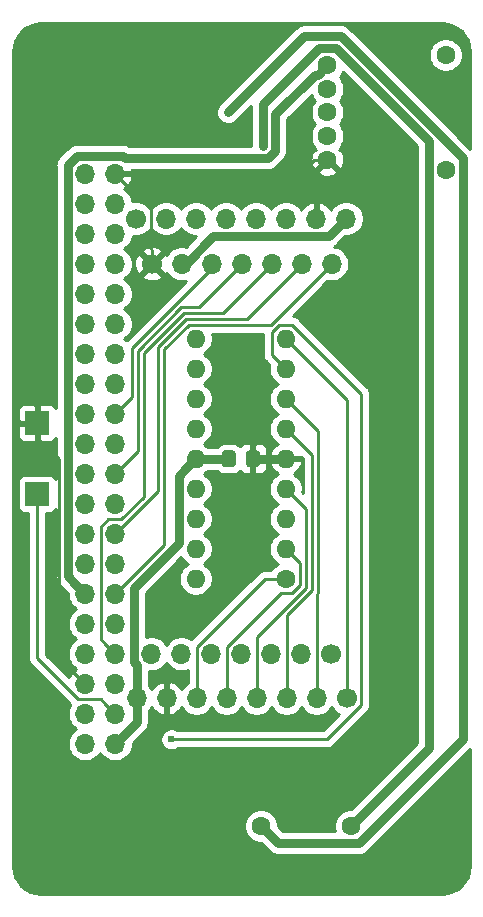
<source format=gtl>
G04 #@! TF.GenerationSoftware,KiCad,Pcbnew,(5.1.5-0-10_14)*
G04 #@! TF.CreationDate,2019-12-11T23:03:34+09:00*
G04 #@! TF.ProjectId,RPiWD_Main,52506957-445f-44d6-9169-6e2e6b696361,rev?*
G04 #@! TF.SameCoordinates,Original*
G04 #@! TF.FileFunction,Copper,L1,Top*
G04 #@! TF.FilePolarity,Positive*
%FSLAX46Y46*%
G04 Gerber Fmt 4.6, Leading zero omitted, Abs format (unit mm)*
G04 Created by KiCad (PCBNEW (5.1.5-0-10_14)) date 2019-12-11 23:03:34*
%MOMM*%
%LPD*%
G04 APERTURE LIST*
%ADD10C,1.600000*%
%ADD11R,2.000000X2.000000*%
%ADD12C,0.100000*%
%ADD13O,1.700000X1.700000*%
%ADD14C,1.700000*%
%ADD15O,1.600000X1.600000*%
%ADD16C,0.609600*%
%ADD17C,0.762000*%
%ADD18C,0.254000*%
G04 APERTURE END LIST*
D10*
X169265600Y-128602300D03*
X161645600Y-128602300D03*
D11*
X142700000Y-100500200D03*
X142700000Y-94500200D03*
G04 #@! TA.AperFunction,SMDPad,CuDef*
D12*
G36*
X159277305Y-96813904D02*
G01*
X159301573Y-96817504D01*
X159325372Y-96823465D01*
X159348471Y-96831730D01*
X159370650Y-96842220D01*
X159391693Y-96854832D01*
X159411399Y-96869447D01*
X159429577Y-96885923D01*
X159446053Y-96904101D01*
X159460668Y-96923807D01*
X159473280Y-96944850D01*
X159483770Y-96967029D01*
X159492035Y-96990128D01*
X159497996Y-97013927D01*
X159501596Y-97038195D01*
X159502800Y-97062699D01*
X159502800Y-97962701D01*
X159501596Y-97987205D01*
X159497996Y-98011473D01*
X159492035Y-98035272D01*
X159483770Y-98058371D01*
X159473280Y-98080550D01*
X159460668Y-98101593D01*
X159446053Y-98121299D01*
X159429577Y-98139477D01*
X159411399Y-98155953D01*
X159391693Y-98170568D01*
X159370650Y-98183180D01*
X159348471Y-98193670D01*
X159325372Y-98201935D01*
X159301573Y-98207896D01*
X159277305Y-98211496D01*
X159252801Y-98212700D01*
X158602799Y-98212700D01*
X158578295Y-98211496D01*
X158554027Y-98207896D01*
X158530228Y-98201935D01*
X158507129Y-98193670D01*
X158484950Y-98183180D01*
X158463907Y-98170568D01*
X158444201Y-98155953D01*
X158426023Y-98139477D01*
X158409547Y-98121299D01*
X158394932Y-98101593D01*
X158382320Y-98080550D01*
X158371830Y-98058371D01*
X158363565Y-98035272D01*
X158357604Y-98011473D01*
X158354004Y-97987205D01*
X158352800Y-97962701D01*
X158352800Y-97062699D01*
X158354004Y-97038195D01*
X158357604Y-97013927D01*
X158363565Y-96990128D01*
X158371830Y-96967029D01*
X158382320Y-96944850D01*
X158394932Y-96923807D01*
X158409547Y-96904101D01*
X158426023Y-96885923D01*
X158444201Y-96869447D01*
X158463907Y-96854832D01*
X158484950Y-96842220D01*
X158507129Y-96831730D01*
X158530228Y-96823465D01*
X158554027Y-96817504D01*
X158578295Y-96813904D01*
X158602799Y-96812700D01*
X159252801Y-96812700D01*
X159277305Y-96813904D01*
G37*
G04 #@! TD.AperFunction*
G04 #@! TA.AperFunction,SMDPad,CuDef*
G36*
X161327305Y-96813904D02*
G01*
X161351573Y-96817504D01*
X161375372Y-96823465D01*
X161398471Y-96831730D01*
X161420650Y-96842220D01*
X161441693Y-96854832D01*
X161461399Y-96869447D01*
X161479577Y-96885923D01*
X161496053Y-96904101D01*
X161510668Y-96923807D01*
X161523280Y-96944850D01*
X161533770Y-96967029D01*
X161542035Y-96990128D01*
X161547996Y-97013927D01*
X161551596Y-97038195D01*
X161552800Y-97062699D01*
X161552800Y-97962701D01*
X161551596Y-97987205D01*
X161547996Y-98011473D01*
X161542035Y-98035272D01*
X161533770Y-98058371D01*
X161523280Y-98080550D01*
X161510668Y-98101593D01*
X161496053Y-98121299D01*
X161479577Y-98139477D01*
X161461399Y-98155953D01*
X161441693Y-98170568D01*
X161420650Y-98183180D01*
X161398471Y-98193670D01*
X161375372Y-98201935D01*
X161351573Y-98207896D01*
X161327305Y-98211496D01*
X161302801Y-98212700D01*
X160652799Y-98212700D01*
X160628295Y-98211496D01*
X160604027Y-98207896D01*
X160580228Y-98201935D01*
X160557129Y-98193670D01*
X160534950Y-98183180D01*
X160513907Y-98170568D01*
X160494201Y-98155953D01*
X160476023Y-98139477D01*
X160459547Y-98121299D01*
X160444932Y-98101593D01*
X160432320Y-98080550D01*
X160421830Y-98058371D01*
X160413565Y-98035272D01*
X160407604Y-98011473D01*
X160404004Y-97987205D01*
X160402800Y-97962701D01*
X160402800Y-97062699D01*
X160404004Y-97038195D01*
X160407604Y-97013927D01*
X160413565Y-96990128D01*
X160421830Y-96967029D01*
X160432320Y-96944850D01*
X160444932Y-96923807D01*
X160459547Y-96904101D01*
X160476023Y-96885923D01*
X160494201Y-96869447D01*
X160513907Y-96854832D01*
X160534950Y-96842220D01*
X160557129Y-96831730D01*
X160580228Y-96823465D01*
X160604027Y-96817504D01*
X160628295Y-96813904D01*
X160652799Y-96812700D01*
X161302801Y-96812700D01*
X161327305Y-96813904D01*
G37*
G04 #@! TD.AperFunction*
D13*
X149300000Y-121650200D03*
X146760000Y-121650200D03*
X149300000Y-119110200D03*
X146760000Y-119110200D03*
X149300000Y-116570200D03*
X146760000Y-116570200D03*
X149300000Y-114030200D03*
X146760000Y-114030200D03*
X149300000Y-111490200D03*
X146760000Y-111490200D03*
X149300000Y-108950200D03*
X146760000Y-108950200D03*
X149300000Y-106410200D03*
X146760000Y-106410200D03*
X149300000Y-103870200D03*
X146760000Y-103870200D03*
X149300000Y-101330200D03*
X146760000Y-101330200D03*
X149300000Y-98790200D03*
X146760000Y-98790200D03*
X149300000Y-96250200D03*
X146760000Y-96250200D03*
X149300000Y-93710200D03*
X146760000Y-93710200D03*
X149300000Y-91170200D03*
X146760000Y-91170200D03*
X149300000Y-88630200D03*
X146760000Y-88630200D03*
X149300000Y-86090200D03*
X146760000Y-86090200D03*
X149300000Y-83550200D03*
X146760000Y-83550200D03*
X149300000Y-81010200D03*
X146760000Y-81010200D03*
X149300000Y-78470200D03*
X146760000Y-78470200D03*
X149300000Y-75930200D03*
X146760000Y-75930200D03*
X149300000Y-73390200D03*
X146760000Y-73390200D03*
X152374600Y-114035400D03*
X154914600Y-114035400D03*
X157454600Y-114035400D03*
X159994600Y-114035400D03*
X162534600Y-114035400D03*
X165074600Y-114035400D03*
D14*
X167614600Y-114035400D03*
X152400000Y-81015400D03*
D13*
X154940000Y-81015400D03*
X157480000Y-81015400D03*
X160020000Y-81015400D03*
X162560000Y-81015400D03*
X165100000Y-81015400D03*
X167640000Y-81015400D03*
D10*
X167284400Y-72195000D03*
X167284400Y-70195000D03*
X167284400Y-68195000D03*
X167284400Y-66195000D03*
X167284400Y-64195000D03*
X177284400Y-73045000D03*
X177284400Y-63345000D03*
X163741100Y-107672700D03*
D15*
X156121100Y-87352700D03*
X163741100Y-105132700D03*
X156121100Y-89892700D03*
X163741100Y-102592700D03*
X156121100Y-92432700D03*
X163741100Y-100052700D03*
X156121100Y-94972700D03*
X163741100Y-97512700D03*
X156121100Y-97512700D03*
X163741100Y-94972700D03*
X156121100Y-100052700D03*
X163741100Y-92432700D03*
X156121100Y-102592700D03*
X163741100Y-89892700D03*
X156121100Y-105132700D03*
X163741100Y-87352700D03*
X156121100Y-107672700D03*
D14*
X168900000Y-117800200D03*
D13*
X166360000Y-117800200D03*
X163820000Y-117800200D03*
X161280000Y-117800200D03*
X158740000Y-117800200D03*
X156200000Y-117800200D03*
X153660000Y-117800200D03*
X151120000Y-117800200D03*
X168859200Y-77180000D03*
X166319200Y-77180000D03*
X163779200Y-77180000D03*
X161239200Y-77180000D03*
X158699200Y-77180000D03*
X156159200Y-77180000D03*
X153619200Y-77180000D03*
D14*
X151079200Y-77180000D03*
D16*
X154076400Y-121274400D03*
X161836100Y-71020500D03*
X158877000Y-68188400D03*
D17*
X151120000Y-119830200D02*
X149300000Y-121650200D01*
X151120000Y-117800200D02*
X151120000Y-119830200D01*
X168009201Y-78029999D02*
X168859200Y-77180000D01*
X157632597Y-78665001D02*
X167374199Y-78665001D01*
X167374199Y-78665001D02*
X168009201Y-78029999D01*
X155282198Y-81015400D02*
X157632597Y-78665001D01*
X154940000Y-81015400D02*
X155282198Y-81015400D01*
X155321101Y-98312699D02*
X156121100Y-97512700D01*
X154686099Y-98947701D02*
X155321101Y-98312699D01*
X154686099Y-104641745D02*
X154686099Y-98947701D01*
X150889599Y-108438245D02*
X154686099Y-104641745D01*
X150889599Y-114748201D02*
X150889599Y-108438245D01*
X151120000Y-114978602D02*
X150889599Y-114748201D01*
X151120000Y-117800200D02*
X151120000Y-114978602D01*
X156121100Y-97512700D02*
X158927800Y-97512700D01*
D18*
X145910001Y-115720201D02*
X146760000Y-116570200D01*
X144512989Y-114323189D02*
X145910001Y-115720201D01*
X144512989Y-97567189D02*
X144512989Y-114323189D01*
X142700000Y-95754200D02*
X144512989Y-97567189D01*
X142700000Y-94500200D02*
X142700000Y-95754200D01*
D17*
X160977800Y-97512700D02*
X163741100Y-97512700D01*
D18*
X152310201Y-76400401D02*
X150149999Y-74240199D01*
X152310201Y-79723520D02*
X152310201Y-76400401D01*
X152400000Y-79813319D02*
X152310201Y-79723520D01*
X150149999Y-74240199D02*
X149300000Y-73390200D01*
X152400000Y-81015400D02*
X152400000Y-79813319D01*
X150502081Y-73390200D02*
X149300000Y-73390200D01*
X164957830Y-73390200D02*
X150502081Y-73390200D01*
X166153030Y-72195000D02*
X164957830Y-73390200D01*
X167284400Y-72195000D02*
X166153030Y-72195000D01*
X146169119Y-117879199D02*
X148068999Y-117879199D01*
X148068999Y-117879199D02*
X148450001Y-118260201D01*
X142700000Y-114410080D02*
X146169119Y-117879199D01*
X148450001Y-118260201D02*
X149300000Y-119110200D01*
X142700000Y-100500200D02*
X142700000Y-114410080D01*
X148450001Y-113180201D02*
X149300000Y-114030200D01*
X148068999Y-112799199D02*
X148450001Y-113180201D01*
X148709119Y-102639199D02*
X148068999Y-103279319D01*
X149812567Y-102639199D02*
X148709119Y-102639199D01*
X151714200Y-100737566D02*
X149812567Y-102639199D01*
X155133369Y-85155681D02*
X151714200Y-88574850D01*
X148068999Y-103279319D02*
X148068999Y-112799199D01*
X158419719Y-85155681D02*
X155133369Y-85155681D01*
X151714200Y-88574850D02*
X151714200Y-100737566D01*
X162560000Y-81015400D02*
X158419719Y-85155681D01*
X162560099Y-88711699D02*
X162560099Y-86813735D01*
X163741100Y-89892700D02*
X162560099Y-88711699D01*
X162560099Y-86813735D02*
X163202135Y-86171699D01*
X167247682Y-121274400D02*
X154076400Y-121274400D01*
X170131001Y-118391081D02*
X167247682Y-121274400D01*
X170131001Y-91994719D02*
X170131001Y-118391081D01*
X164307981Y-86171699D02*
X170131001Y-91994719D01*
X163202135Y-86171699D02*
X164307981Y-86171699D01*
X155554219Y-86171699D02*
X153466800Y-88259118D01*
X162483701Y-86171699D02*
X155554219Y-86171699D01*
X167640000Y-81015400D02*
X162483701Y-86171699D01*
X153466800Y-104783400D02*
X149300000Y-108950200D01*
X153466800Y-88259118D02*
X153466800Y-104783400D01*
D17*
X145910001Y-108100201D02*
X146760000Y-108950200D01*
X145274999Y-107465199D02*
X145910001Y-108100201D01*
X145274999Y-72677399D02*
X145274999Y-107465199D01*
X146047199Y-71905199D02*
X145274999Y-72677399D01*
X150012801Y-71905199D02*
X146047199Y-71905199D01*
X150144112Y-72036510D02*
X150012801Y-71905199D01*
X162256945Y-72036510D02*
X150144112Y-72036510D01*
X162852110Y-71441345D02*
X162256945Y-72036510D01*
X162852110Y-68340790D02*
X162852110Y-71441345D01*
X166197901Y-64994999D02*
X162852110Y-68340790D01*
X166484401Y-64994999D02*
X166197901Y-64994999D01*
X167284400Y-64195000D02*
X166484401Y-64994999D01*
D18*
X160451711Y-85663689D02*
X155343794Y-85663690D01*
X155343794Y-85663690D02*
X152933400Y-88074084D01*
X165100000Y-81015400D02*
X160451711Y-85663689D01*
X152933400Y-100236800D02*
X149300000Y-103870200D01*
X152933400Y-88074084D02*
X152933400Y-100236800D01*
X154922944Y-84647672D02*
X151206190Y-88364426D01*
X156387729Y-84647671D02*
X154922944Y-84647672D01*
X160020000Y-81015400D02*
X156387729Y-84647671D01*
X151206190Y-96884010D02*
X149300000Y-98790200D01*
X151206190Y-88364426D02*
X151206190Y-96884010D01*
X150149999Y-92860201D02*
X149300000Y-93710200D01*
X150698180Y-88154002D02*
X150698180Y-92312020D01*
X157480000Y-81372182D02*
X150698180Y-88154002D01*
X150698180Y-92312020D02*
X150149999Y-92860201D01*
X157480000Y-81015400D02*
X157480000Y-81372182D01*
X168900000Y-92511600D02*
X163741100Y-87352700D01*
X168900000Y-117800200D02*
X168900000Y-92511600D01*
X164541099Y-93232699D02*
X163741100Y-92432700D01*
X166446130Y-95137730D02*
X164541099Y-93232699D01*
X166446130Y-108870854D02*
X166446130Y-95137730D01*
X166360000Y-108956984D02*
X166446130Y-108870854D01*
X166360000Y-117800200D02*
X166360000Y-108956984D01*
X164541099Y-95772699D02*
X163741100Y-94972700D01*
X165938120Y-97169720D02*
X164541099Y-95772699D01*
X165938120Y-108660430D02*
X165938120Y-97169720D01*
X163820000Y-110778550D02*
X165938120Y-108660430D01*
X163820000Y-117800200D02*
X163820000Y-110778550D01*
X164541099Y-100852699D02*
X163741100Y-100052700D01*
X165430110Y-101741710D02*
X164541099Y-100852699D01*
X165430110Y-108450006D02*
X165430110Y-101741710D01*
X161280000Y-112600116D02*
X165430110Y-108450006D01*
X161280000Y-117800200D02*
X161280000Y-112600116D01*
X164922101Y-106313701D02*
X164541099Y-105932699D01*
X164922101Y-108239581D02*
X164922101Y-106313701D01*
X163354417Y-108853701D02*
X164307981Y-108853701D01*
X158740000Y-113468118D02*
X163354417Y-108853701D01*
X164541099Y-105932699D02*
X163741100Y-105132700D01*
X164307981Y-108853701D02*
X164922101Y-108239581D01*
X158740000Y-117800200D02*
X158740000Y-113468118D01*
X162609730Y-107672700D02*
X163741100Y-107672700D01*
X161995418Y-107672700D02*
X162609730Y-107672700D01*
X156200000Y-113468118D02*
X161995418Y-107672700D01*
X156200000Y-117800200D02*
X156200000Y-113468118D01*
D17*
X175849399Y-70636197D02*
X175849399Y-122018501D01*
X167973201Y-62759999D02*
X175849399Y-70636197D01*
X175849399Y-122018501D02*
X169265600Y-128602300D01*
X166595599Y-62759999D02*
X167973201Y-62759999D01*
X161836100Y-67519498D02*
X166595599Y-62759999D01*
X161836100Y-71020500D02*
X161836100Y-67519498D01*
X162445599Y-129402299D02*
X161645600Y-128602300D01*
X163080601Y-130037301D02*
X162445599Y-129402299D01*
X178719401Y-121272301D02*
X169954401Y-130037301D01*
X168394046Y-61743989D02*
X178719401Y-72069344D01*
X178719401Y-72069344D02*
X178719401Y-121272301D01*
X165321411Y-61743989D02*
X168394046Y-61743989D01*
X169954401Y-130037301D02*
X163080601Y-130037301D01*
X158877000Y-68188400D02*
X165321411Y-61743989D01*
D18*
G36*
X177453893Y-60707670D02*
G01*
X177890498Y-60839489D01*
X178293185Y-61053600D01*
X178646612Y-61341848D01*
X178937327Y-61693261D01*
X179154242Y-62094439D01*
X179289106Y-62530113D01*
X179340000Y-63014344D01*
X179340000Y-71253102D01*
X171290563Y-63203665D01*
X175849400Y-63203665D01*
X175849400Y-63486335D01*
X175904547Y-63763574D01*
X176012720Y-64024727D01*
X176169763Y-64259759D01*
X176369641Y-64459637D01*
X176604673Y-64616680D01*
X176865826Y-64724853D01*
X177143065Y-64780000D01*
X177425735Y-64780000D01*
X177702974Y-64724853D01*
X177964127Y-64616680D01*
X178199159Y-64459637D01*
X178399037Y-64259759D01*
X178556080Y-64024727D01*
X178664253Y-63763574D01*
X178719400Y-63486335D01*
X178719400Y-63203665D01*
X178664253Y-62926426D01*
X178556080Y-62665273D01*
X178399037Y-62430241D01*
X178199159Y-62230363D01*
X177964127Y-62073320D01*
X177702974Y-61965147D01*
X177425735Y-61910000D01*
X177143065Y-61910000D01*
X176865826Y-61965147D01*
X176604673Y-62073320D01*
X176369641Y-62230363D01*
X176169763Y-62430241D01*
X176012720Y-62665273D01*
X175904547Y-62926426D01*
X175849400Y-63203665D01*
X171290563Y-63203665D01*
X169147758Y-61060861D01*
X169115942Y-61022093D01*
X168961236Y-60895129D01*
X168784733Y-60800787D01*
X168593217Y-60742691D01*
X168443948Y-60727989D01*
X168394046Y-60723074D01*
X168344144Y-60727989D01*
X165371304Y-60727989D01*
X165321410Y-60723075D01*
X165271516Y-60727989D01*
X165271509Y-60727989D01*
X165141588Y-60740785D01*
X165122239Y-60742691D01*
X165081890Y-60754931D01*
X164930724Y-60800787D01*
X164754221Y-60895129D01*
X164599515Y-61022093D01*
X164567703Y-61060856D01*
X158123294Y-67505266D01*
X158028141Y-67621211D01*
X157933799Y-67797713D01*
X157875702Y-67989230D01*
X157856085Y-68188400D01*
X157875702Y-68387570D01*
X157933799Y-68579087D01*
X158028141Y-68755589D01*
X158155105Y-68910295D01*
X158309811Y-69037259D01*
X158486313Y-69131601D01*
X158677830Y-69189698D01*
X158877000Y-69209315D01*
X159076170Y-69189698D01*
X159267687Y-69131601D01*
X159444189Y-69037259D01*
X159560134Y-68942106D01*
X160820101Y-67682139D01*
X160820100Y-71020510D01*
X150512959Y-71020510D01*
X150403488Y-70961997D01*
X150211972Y-70903901D01*
X150062703Y-70889199D01*
X150012801Y-70884284D01*
X149962899Y-70889199D01*
X146097101Y-70889199D01*
X146047199Y-70884284D01*
X145997297Y-70889199D01*
X145848028Y-70903901D01*
X145656512Y-70961997D01*
X145480009Y-71056339D01*
X145325303Y-71183303D01*
X145293491Y-71222066D01*
X144591871Y-71923687D01*
X144553103Y-71955503D01*
X144426139Y-72110209D01*
X144331797Y-72286713D01*
X144284496Y-72442643D01*
X144273701Y-72478229D01*
X144254084Y-72677399D01*
X144258999Y-72727301D01*
X144259000Y-93198955D01*
X144230537Y-93145706D01*
X144151185Y-93049015D01*
X144054494Y-92969663D01*
X143944180Y-92910698D01*
X143824482Y-92874388D01*
X143700000Y-92862128D01*
X142985750Y-92865200D01*
X142827000Y-93023950D01*
X142827000Y-94373200D01*
X142847000Y-94373200D01*
X142847000Y-94627200D01*
X142827000Y-94627200D01*
X142827000Y-95976450D01*
X142985750Y-96135200D01*
X143700000Y-96138272D01*
X143824482Y-96126012D01*
X143944180Y-96089702D01*
X144054494Y-96030737D01*
X144151185Y-95951385D01*
X144230537Y-95854694D01*
X144259000Y-95801445D01*
X144259000Y-99198955D01*
X144230537Y-99145706D01*
X144151185Y-99049015D01*
X144054494Y-98969663D01*
X143944180Y-98910698D01*
X143824482Y-98874388D01*
X143700000Y-98862128D01*
X141700000Y-98862128D01*
X141575518Y-98874388D01*
X141455820Y-98910698D01*
X141345506Y-98969663D01*
X141248815Y-99049015D01*
X141169463Y-99145706D01*
X141110498Y-99256020D01*
X141074188Y-99375718D01*
X141061928Y-99500200D01*
X141061928Y-101500200D01*
X141074188Y-101624682D01*
X141110498Y-101744380D01*
X141169463Y-101854694D01*
X141248815Y-101951385D01*
X141345506Y-102030737D01*
X141455820Y-102089702D01*
X141575518Y-102126012D01*
X141700000Y-102138272D01*
X141938000Y-102138272D01*
X141938001Y-114372647D01*
X141934314Y-114410080D01*
X141949027Y-114559458D01*
X141992599Y-114703095D01*
X142063355Y-114835472D01*
X142103339Y-114884192D01*
X142158579Y-114951502D01*
X142187649Y-114975359D01*
X145514132Y-118301843D01*
X145444010Y-118406789D01*
X145332068Y-118677042D01*
X145275000Y-118963940D01*
X145275000Y-119256460D01*
X145332068Y-119543358D01*
X145444010Y-119813611D01*
X145606525Y-120056832D01*
X145813368Y-120263675D01*
X145987760Y-120380200D01*
X145813368Y-120496725D01*
X145606525Y-120703568D01*
X145444010Y-120946789D01*
X145332068Y-121217042D01*
X145275000Y-121503940D01*
X145275000Y-121796460D01*
X145332068Y-122083358D01*
X145444010Y-122353611D01*
X145606525Y-122596832D01*
X145813368Y-122803675D01*
X146056589Y-122966190D01*
X146326842Y-123078132D01*
X146613740Y-123135200D01*
X146906260Y-123135200D01*
X147193158Y-123078132D01*
X147463411Y-122966190D01*
X147706632Y-122803675D01*
X147913475Y-122596832D01*
X148030000Y-122422440D01*
X148146525Y-122596832D01*
X148353368Y-122803675D01*
X148596589Y-122966190D01*
X148866842Y-123078132D01*
X149153740Y-123135200D01*
X149446260Y-123135200D01*
X149733158Y-123078132D01*
X150003411Y-122966190D01*
X150246632Y-122803675D01*
X150453475Y-122596832D01*
X150615990Y-122353611D01*
X150727932Y-122083358D01*
X150785000Y-121796460D01*
X150785000Y-121602040D01*
X151803133Y-120583908D01*
X151841896Y-120552096D01*
X151968860Y-120397390D01*
X152063202Y-120220887D01*
X152121298Y-120029371D01*
X152136000Y-119880102D01*
X152140915Y-119830200D01*
X152136000Y-119780298D01*
X152136000Y-118884307D01*
X152273475Y-118746832D01*
X152395195Y-118564666D01*
X152464822Y-118681555D01*
X152659731Y-118897788D01*
X152893080Y-119071841D01*
X153155901Y-119197025D01*
X153303110Y-119241676D01*
X153533000Y-119120355D01*
X153533000Y-117927200D01*
X153513000Y-117927200D01*
X153513000Y-117673200D01*
X153533000Y-117673200D01*
X153533000Y-116480045D01*
X153303110Y-116358724D01*
X153155901Y-116403375D01*
X152893080Y-116528559D01*
X152659731Y-116702612D01*
X152464822Y-116918845D01*
X152395195Y-117035734D01*
X152273475Y-116853568D01*
X152136000Y-116716093D01*
X152136000Y-115502032D01*
X152228340Y-115520400D01*
X152520860Y-115520400D01*
X152807758Y-115463332D01*
X153078011Y-115351390D01*
X153321232Y-115188875D01*
X153528075Y-114982032D01*
X153644600Y-114807640D01*
X153761125Y-114982032D01*
X153967968Y-115188875D01*
X154211189Y-115351390D01*
X154481442Y-115463332D01*
X154768340Y-115520400D01*
X155060860Y-115520400D01*
X155347758Y-115463332D01*
X155438001Y-115425952D01*
X155438000Y-116523358D01*
X155253368Y-116646725D01*
X155046525Y-116853568D01*
X154924805Y-117035734D01*
X154855178Y-116918845D01*
X154660269Y-116702612D01*
X154426920Y-116528559D01*
X154164099Y-116403375D01*
X154016890Y-116358724D01*
X153787000Y-116480045D01*
X153787000Y-117673200D01*
X153807000Y-117673200D01*
X153807000Y-117927200D01*
X153787000Y-117927200D01*
X153787000Y-119120355D01*
X154016890Y-119241676D01*
X154164099Y-119197025D01*
X154426920Y-119071841D01*
X154660269Y-118897788D01*
X154855178Y-118681555D01*
X154924805Y-118564666D01*
X155046525Y-118746832D01*
X155253368Y-118953675D01*
X155496589Y-119116190D01*
X155766842Y-119228132D01*
X156053740Y-119285200D01*
X156346260Y-119285200D01*
X156633158Y-119228132D01*
X156903411Y-119116190D01*
X157146632Y-118953675D01*
X157353475Y-118746832D01*
X157470000Y-118572440D01*
X157586525Y-118746832D01*
X157793368Y-118953675D01*
X158036589Y-119116190D01*
X158306842Y-119228132D01*
X158593740Y-119285200D01*
X158886260Y-119285200D01*
X159173158Y-119228132D01*
X159443411Y-119116190D01*
X159686632Y-118953675D01*
X159893475Y-118746832D01*
X160010000Y-118572440D01*
X160126525Y-118746832D01*
X160333368Y-118953675D01*
X160576589Y-119116190D01*
X160846842Y-119228132D01*
X161133740Y-119285200D01*
X161426260Y-119285200D01*
X161713158Y-119228132D01*
X161983411Y-119116190D01*
X162226632Y-118953675D01*
X162433475Y-118746832D01*
X162550000Y-118572440D01*
X162666525Y-118746832D01*
X162873368Y-118953675D01*
X163116589Y-119116190D01*
X163386842Y-119228132D01*
X163673740Y-119285200D01*
X163966260Y-119285200D01*
X164253158Y-119228132D01*
X164523411Y-119116190D01*
X164766632Y-118953675D01*
X164973475Y-118746832D01*
X165090000Y-118572440D01*
X165206525Y-118746832D01*
X165413368Y-118953675D01*
X165656589Y-119116190D01*
X165926842Y-119228132D01*
X166213740Y-119285200D01*
X166506260Y-119285200D01*
X166793158Y-119228132D01*
X167063411Y-119116190D01*
X167306632Y-118953675D01*
X167513475Y-118746832D01*
X167630000Y-118572440D01*
X167746525Y-118746832D01*
X167953368Y-118953675D01*
X168196589Y-119116190D01*
X168289696Y-119154756D01*
X166932052Y-120512400D01*
X154627581Y-120512400D01*
X154521562Y-120441560D01*
X154350529Y-120370716D01*
X154168962Y-120334600D01*
X153983838Y-120334600D01*
X153802271Y-120370716D01*
X153631238Y-120441560D01*
X153477313Y-120544410D01*
X153346410Y-120675313D01*
X153243560Y-120829238D01*
X153172716Y-121000271D01*
X153136600Y-121181838D01*
X153136600Y-121366962D01*
X153172716Y-121548529D01*
X153243560Y-121719562D01*
X153346410Y-121873487D01*
X153477313Y-122004390D01*
X153631238Y-122107240D01*
X153802271Y-122178084D01*
X153983838Y-122214200D01*
X154168962Y-122214200D01*
X154350529Y-122178084D01*
X154521562Y-122107240D01*
X154627581Y-122036400D01*
X167210259Y-122036400D01*
X167247682Y-122040086D01*
X167285105Y-122036400D01*
X167285108Y-122036400D01*
X167397060Y-122025374D01*
X167540697Y-121981802D01*
X167673074Y-121911045D01*
X167789104Y-121815822D01*
X167812966Y-121786746D01*
X170643353Y-118956360D01*
X170672423Y-118932503D01*
X170709768Y-118886998D01*
X170767646Y-118816474D01*
X170806703Y-118743402D01*
X170838403Y-118684096D01*
X170881975Y-118540459D01*
X170893001Y-118428507D01*
X170893001Y-118428504D01*
X170896687Y-118391081D01*
X170893001Y-118353658D01*
X170893001Y-92032142D01*
X170896687Y-91994719D01*
X170886041Y-91886628D01*
X170881975Y-91845341D01*
X170838403Y-91701704D01*
X170767647Y-91569328D01*
X170767646Y-91569326D01*
X170696280Y-91482367D01*
X170672423Y-91453297D01*
X170643354Y-91429441D01*
X164873265Y-85659353D01*
X164849403Y-85630277D01*
X164733373Y-85535054D01*
X164600996Y-85464297D01*
X164457359Y-85420725D01*
X164345407Y-85409699D01*
X164345404Y-85409699D01*
X164325310Y-85407720D01*
X167275952Y-82457079D01*
X167493740Y-82500400D01*
X167786260Y-82500400D01*
X168073158Y-82443332D01*
X168343411Y-82331390D01*
X168586632Y-82168875D01*
X168793475Y-81962032D01*
X168955990Y-81718811D01*
X169067932Y-81448558D01*
X169125000Y-81161660D01*
X169125000Y-80869140D01*
X169067932Y-80582242D01*
X168955990Y-80311989D01*
X168793475Y-80068768D01*
X168586632Y-79861925D01*
X168343411Y-79699410D01*
X168073158Y-79587468D01*
X167876765Y-79548403D01*
X167941389Y-79513861D01*
X168096095Y-79386897D01*
X168127912Y-79348128D01*
X168811040Y-78665000D01*
X169005460Y-78665000D01*
X169292358Y-78607932D01*
X169562611Y-78495990D01*
X169805832Y-78333475D01*
X170012675Y-78126632D01*
X170175190Y-77883411D01*
X170287132Y-77613158D01*
X170344200Y-77326260D01*
X170344200Y-77033740D01*
X170287132Y-76746842D01*
X170175190Y-76476589D01*
X170012675Y-76233368D01*
X169805832Y-76026525D01*
X169562611Y-75864010D01*
X169292358Y-75752068D01*
X169005460Y-75695000D01*
X168712940Y-75695000D01*
X168426042Y-75752068D01*
X168155789Y-75864010D01*
X167912568Y-76026525D01*
X167705725Y-76233368D01*
X167584005Y-76415534D01*
X167514378Y-76298645D01*
X167319469Y-76082412D01*
X167086120Y-75908359D01*
X166823299Y-75783175D01*
X166676090Y-75738524D01*
X166446200Y-75859845D01*
X166446200Y-77053000D01*
X166466200Y-77053000D01*
X166466200Y-77307000D01*
X166446200Y-77307000D01*
X166446200Y-77327000D01*
X166192200Y-77327000D01*
X166192200Y-77307000D01*
X166172200Y-77307000D01*
X166172200Y-77053000D01*
X166192200Y-77053000D01*
X166192200Y-75859845D01*
X165962310Y-75738524D01*
X165815101Y-75783175D01*
X165552280Y-75908359D01*
X165318931Y-76082412D01*
X165124022Y-76298645D01*
X165054395Y-76415534D01*
X164932675Y-76233368D01*
X164725832Y-76026525D01*
X164482611Y-75864010D01*
X164212358Y-75752068D01*
X163925460Y-75695000D01*
X163632940Y-75695000D01*
X163346042Y-75752068D01*
X163075789Y-75864010D01*
X162832568Y-76026525D01*
X162625725Y-76233368D01*
X162509200Y-76407760D01*
X162392675Y-76233368D01*
X162185832Y-76026525D01*
X161942611Y-75864010D01*
X161672358Y-75752068D01*
X161385460Y-75695000D01*
X161092940Y-75695000D01*
X160806042Y-75752068D01*
X160535789Y-75864010D01*
X160292568Y-76026525D01*
X160085725Y-76233368D01*
X159969200Y-76407760D01*
X159852675Y-76233368D01*
X159645832Y-76026525D01*
X159402611Y-75864010D01*
X159132358Y-75752068D01*
X158845460Y-75695000D01*
X158552940Y-75695000D01*
X158266042Y-75752068D01*
X157995789Y-75864010D01*
X157752568Y-76026525D01*
X157545725Y-76233368D01*
X157429200Y-76407760D01*
X157312675Y-76233368D01*
X157105832Y-76026525D01*
X156862611Y-75864010D01*
X156592358Y-75752068D01*
X156305460Y-75695000D01*
X156012940Y-75695000D01*
X155726042Y-75752068D01*
X155455789Y-75864010D01*
X155212568Y-76026525D01*
X155005725Y-76233368D01*
X154889200Y-76407760D01*
X154772675Y-76233368D01*
X154565832Y-76026525D01*
X154322611Y-75864010D01*
X154052358Y-75752068D01*
X153765460Y-75695000D01*
X153472940Y-75695000D01*
X153186042Y-75752068D01*
X152915789Y-75864010D01*
X152672568Y-76026525D01*
X152465725Y-76233368D01*
X152349200Y-76407760D01*
X152232675Y-76233368D01*
X152025832Y-76026525D01*
X151782611Y-75864010D01*
X151512358Y-75752068D01*
X151225460Y-75695000D01*
X150932940Y-75695000D01*
X150773613Y-75726692D01*
X150727932Y-75497042D01*
X150615990Y-75226789D01*
X150453475Y-74983568D01*
X150246632Y-74776725D01*
X150064466Y-74655005D01*
X150181355Y-74585378D01*
X150397588Y-74390469D01*
X150571641Y-74157120D01*
X150696825Y-73894299D01*
X150741476Y-73747090D01*
X150620155Y-73517200D01*
X149427000Y-73517200D01*
X149427000Y-73537200D01*
X149173000Y-73537200D01*
X149173000Y-73517200D01*
X149153000Y-73517200D01*
X149153000Y-73263200D01*
X149173000Y-73263200D01*
X149173000Y-73243200D01*
X149427000Y-73243200D01*
X149427000Y-73263200D01*
X150620155Y-73263200D01*
X150659997Y-73187702D01*
X166471303Y-73187702D01*
X166542886Y-73431671D01*
X166798396Y-73552571D01*
X167072584Y-73621300D01*
X167354912Y-73635217D01*
X167634530Y-73593787D01*
X167900692Y-73498603D01*
X168025914Y-73431671D01*
X168097497Y-73187702D01*
X167284400Y-72374605D01*
X166471303Y-73187702D01*
X150659997Y-73187702D01*
X150731343Y-73052510D01*
X162207043Y-73052510D01*
X162256945Y-73057425D01*
X162306847Y-73052510D01*
X162456116Y-73037808D01*
X162647632Y-72979712D01*
X162824135Y-72885370D01*
X162978841Y-72758406D01*
X163010658Y-72719637D01*
X163535237Y-72195058D01*
X163574006Y-72163241D01*
X163700970Y-72008535D01*
X163795312Y-71832032D01*
X163853408Y-71640516D01*
X163868110Y-71491247D01*
X163868110Y-71491240D01*
X163873024Y-71441346D01*
X163868110Y-71391452D01*
X163868110Y-68761630D01*
X165937240Y-66692501D01*
X166012720Y-66874727D01*
X166169763Y-67109759D01*
X166255004Y-67195000D01*
X166169763Y-67280241D01*
X166012720Y-67515273D01*
X165904547Y-67776426D01*
X165849400Y-68053665D01*
X165849400Y-68336335D01*
X165904547Y-68613574D01*
X166012720Y-68874727D01*
X166169763Y-69109759D01*
X166255004Y-69195000D01*
X166169763Y-69280241D01*
X166012720Y-69515273D01*
X165904547Y-69776426D01*
X165849400Y-70053665D01*
X165849400Y-70336335D01*
X165904547Y-70613574D01*
X166012720Y-70874727D01*
X166169763Y-71109759D01*
X166250529Y-71190525D01*
X166175423Y-71265630D01*
X166291696Y-71381903D01*
X166047729Y-71453486D01*
X165926829Y-71708996D01*
X165858100Y-71983184D01*
X165844183Y-72265512D01*
X165885613Y-72545130D01*
X165980797Y-72811292D01*
X166047729Y-72936514D01*
X166291698Y-73008097D01*
X167104795Y-72195000D01*
X167090653Y-72180858D01*
X167270258Y-72001253D01*
X167284400Y-72015395D01*
X167298543Y-72001253D01*
X167478148Y-72180858D01*
X167464005Y-72195000D01*
X168277102Y-73008097D01*
X168521071Y-72936514D01*
X168641971Y-72681004D01*
X168710700Y-72406816D01*
X168724617Y-72124488D01*
X168683187Y-71844870D01*
X168588003Y-71578708D01*
X168521071Y-71453486D01*
X168277104Y-71381903D01*
X168393377Y-71265630D01*
X168318272Y-71190525D01*
X168399037Y-71109759D01*
X168556080Y-70874727D01*
X168664253Y-70613574D01*
X168719400Y-70336335D01*
X168719400Y-70053665D01*
X168664253Y-69776426D01*
X168556080Y-69515273D01*
X168399037Y-69280241D01*
X168313796Y-69195000D01*
X168399037Y-69109759D01*
X168556080Y-68874727D01*
X168664253Y-68613574D01*
X168719400Y-68336335D01*
X168719400Y-68053665D01*
X168664253Y-67776426D01*
X168556080Y-67515273D01*
X168399037Y-67280241D01*
X168313796Y-67195000D01*
X168399037Y-67109759D01*
X168556080Y-66874727D01*
X168664253Y-66613574D01*
X168719400Y-66336335D01*
X168719400Y-66053665D01*
X168664253Y-65776426D01*
X168556080Y-65515273D01*
X168399037Y-65280241D01*
X168313796Y-65195000D01*
X168399037Y-65109759D01*
X168556080Y-64874727D01*
X168583907Y-64807546D01*
X174833399Y-71057038D01*
X174833400Y-121597659D01*
X169263760Y-127167300D01*
X169124265Y-127167300D01*
X168847026Y-127222447D01*
X168585873Y-127330620D01*
X168350841Y-127487663D01*
X168150963Y-127687541D01*
X167993920Y-127922573D01*
X167885747Y-128183726D01*
X167830600Y-128460965D01*
X167830600Y-128743635D01*
X167885747Y-129020874D01*
X167885924Y-129021301D01*
X163501441Y-129021301D01*
X163199310Y-128719170D01*
X163199305Y-128719164D01*
X163080600Y-128600459D01*
X163080600Y-128460965D01*
X163025453Y-128183726D01*
X162917280Y-127922573D01*
X162760237Y-127687541D01*
X162560359Y-127487663D01*
X162325327Y-127330620D01*
X162064174Y-127222447D01*
X161786935Y-127167300D01*
X161504265Y-127167300D01*
X161227026Y-127222447D01*
X160965873Y-127330620D01*
X160730841Y-127487663D01*
X160530963Y-127687541D01*
X160373920Y-127922573D01*
X160265747Y-128183726D01*
X160210600Y-128460965D01*
X160210600Y-128743635D01*
X160265747Y-129020874D01*
X160373920Y-129282027D01*
X160530963Y-129517059D01*
X160730841Y-129716937D01*
X160965873Y-129873980D01*
X161227026Y-129982153D01*
X161504265Y-130037300D01*
X161643759Y-130037300D01*
X161762464Y-130156005D01*
X161762470Y-130156010D01*
X162326888Y-130720428D01*
X162358705Y-130759197D01*
X162513411Y-130886161D01*
X162689914Y-130980503D01*
X162823333Y-131020975D01*
X162881429Y-131038599D01*
X162900778Y-131040505D01*
X163030699Y-131053301D01*
X163030706Y-131053301D01*
X163080600Y-131058215D01*
X163130494Y-131053301D01*
X169904499Y-131053301D01*
X169954401Y-131058216D01*
X170004303Y-131053301D01*
X170153572Y-131038599D01*
X170345088Y-130980503D01*
X170521591Y-130886161D01*
X170676297Y-130759197D01*
X170708113Y-130720429D01*
X179340001Y-122088542D01*
X179340001Y-131967711D01*
X179292330Y-132453894D01*
X179160512Y-132890497D01*
X178946399Y-133293186D01*
X178658150Y-133646613D01*
X178306739Y-133937327D01*
X177905564Y-134154240D01*
X177469886Y-134289106D01*
X176983762Y-134340200D01*
X143034319Y-134340200D01*
X142546106Y-134292330D01*
X142109503Y-134160512D01*
X141706814Y-133946399D01*
X141353387Y-133658150D01*
X141062673Y-133306739D01*
X140845760Y-132905564D01*
X140710894Y-132469886D01*
X140660000Y-131985664D01*
X140660000Y-95500200D01*
X141061928Y-95500200D01*
X141074188Y-95624682D01*
X141110498Y-95744380D01*
X141169463Y-95854694D01*
X141248815Y-95951385D01*
X141345506Y-96030737D01*
X141455820Y-96089702D01*
X141575518Y-96126012D01*
X141700000Y-96138272D01*
X142414250Y-96135200D01*
X142573000Y-95976450D01*
X142573000Y-94627200D01*
X141223750Y-94627200D01*
X141065000Y-94785950D01*
X141061928Y-95500200D01*
X140660000Y-95500200D01*
X140660000Y-93500200D01*
X141061928Y-93500200D01*
X141065000Y-94214450D01*
X141223750Y-94373200D01*
X142573000Y-94373200D01*
X142573000Y-93023950D01*
X142414250Y-92865200D01*
X141700000Y-92862128D01*
X141575518Y-92874388D01*
X141455820Y-92910698D01*
X141345506Y-92969663D01*
X141248815Y-93049015D01*
X141169463Y-93145706D01*
X141110498Y-93256020D01*
X141074188Y-93375718D01*
X141061928Y-93500200D01*
X140660000Y-93500200D01*
X140660000Y-63032279D01*
X140707670Y-62546107D01*
X140839489Y-62109502D01*
X141053600Y-61706815D01*
X141341848Y-61353388D01*
X141693261Y-61062673D01*
X142094439Y-60845758D01*
X142530113Y-60710894D01*
X143012441Y-60660200D01*
X176969761Y-60660200D01*
X177453893Y-60707670D01*
G37*
X177453893Y-60707670D02*
X177890498Y-60839489D01*
X178293185Y-61053600D01*
X178646612Y-61341848D01*
X178937327Y-61693261D01*
X179154242Y-62094439D01*
X179289106Y-62530113D01*
X179340000Y-63014344D01*
X179340000Y-71253102D01*
X171290563Y-63203665D01*
X175849400Y-63203665D01*
X175849400Y-63486335D01*
X175904547Y-63763574D01*
X176012720Y-64024727D01*
X176169763Y-64259759D01*
X176369641Y-64459637D01*
X176604673Y-64616680D01*
X176865826Y-64724853D01*
X177143065Y-64780000D01*
X177425735Y-64780000D01*
X177702974Y-64724853D01*
X177964127Y-64616680D01*
X178199159Y-64459637D01*
X178399037Y-64259759D01*
X178556080Y-64024727D01*
X178664253Y-63763574D01*
X178719400Y-63486335D01*
X178719400Y-63203665D01*
X178664253Y-62926426D01*
X178556080Y-62665273D01*
X178399037Y-62430241D01*
X178199159Y-62230363D01*
X177964127Y-62073320D01*
X177702974Y-61965147D01*
X177425735Y-61910000D01*
X177143065Y-61910000D01*
X176865826Y-61965147D01*
X176604673Y-62073320D01*
X176369641Y-62230363D01*
X176169763Y-62430241D01*
X176012720Y-62665273D01*
X175904547Y-62926426D01*
X175849400Y-63203665D01*
X171290563Y-63203665D01*
X169147758Y-61060861D01*
X169115942Y-61022093D01*
X168961236Y-60895129D01*
X168784733Y-60800787D01*
X168593217Y-60742691D01*
X168443948Y-60727989D01*
X168394046Y-60723074D01*
X168344144Y-60727989D01*
X165371304Y-60727989D01*
X165321410Y-60723075D01*
X165271516Y-60727989D01*
X165271509Y-60727989D01*
X165141588Y-60740785D01*
X165122239Y-60742691D01*
X165081890Y-60754931D01*
X164930724Y-60800787D01*
X164754221Y-60895129D01*
X164599515Y-61022093D01*
X164567703Y-61060856D01*
X158123294Y-67505266D01*
X158028141Y-67621211D01*
X157933799Y-67797713D01*
X157875702Y-67989230D01*
X157856085Y-68188400D01*
X157875702Y-68387570D01*
X157933799Y-68579087D01*
X158028141Y-68755589D01*
X158155105Y-68910295D01*
X158309811Y-69037259D01*
X158486313Y-69131601D01*
X158677830Y-69189698D01*
X158877000Y-69209315D01*
X159076170Y-69189698D01*
X159267687Y-69131601D01*
X159444189Y-69037259D01*
X159560134Y-68942106D01*
X160820101Y-67682139D01*
X160820100Y-71020510D01*
X150512959Y-71020510D01*
X150403488Y-70961997D01*
X150211972Y-70903901D01*
X150062703Y-70889199D01*
X150012801Y-70884284D01*
X149962899Y-70889199D01*
X146097101Y-70889199D01*
X146047199Y-70884284D01*
X145997297Y-70889199D01*
X145848028Y-70903901D01*
X145656512Y-70961997D01*
X145480009Y-71056339D01*
X145325303Y-71183303D01*
X145293491Y-71222066D01*
X144591871Y-71923687D01*
X144553103Y-71955503D01*
X144426139Y-72110209D01*
X144331797Y-72286713D01*
X144284496Y-72442643D01*
X144273701Y-72478229D01*
X144254084Y-72677399D01*
X144258999Y-72727301D01*
X144259000Y-93198955D01*
X144230537Y-93145706D01*
X144151185Y-93049015D01*
X144054494Y-92969663D01*
X143944180Y-92910698D01*
X143824482Y-92874388D01*
X143700000Y-92862128D01*
X142985750Y-92865200D01*
X142827000Y-93023950D01*
X142827000Y-94373200D01*
X142847000Y-94373200D01*
X142847000Y-94627200D01*
X142827000Y-94627200D01*
X142827000Y-95976450D01*
X142985750Y-96135200D01*
X143700000Y-96138272D01*
X143824482Y-96126012D01*
X143944180Y-96089702D01*
X144054494Y-96030737D01*
X144151185Y-95951385D01*
X144230537Y-95854694D01*
X144259000Y-95801445D01*
X144259000Y-99198955D01*
X144230537Y-99145706D01*
X144151185Y-99049015D01*
X144054494Y-98969663D01*
X143944180Y-98910698D01*
X143824482Y-98874388D01*
X143700000Y-98862128D01*
X141700000Y-98862128D01*
X141575518Y-98874388D01*
X141455820Y-98910698D01*
X141345506Y-98969663D01*
X141248815Y-99049015D01*
X141169463Y-99145706D01*
X141110498Y-99256020D01*
X141074188Y-99375718D01*
X141061928Y-99500200D01*
X141061928Y-101500200D01*
X141074188Y-101624682D01*
X141110498Y-101744380D01*
X141169463Y-101854694D01*
X141248815Y-101951385D01*
X141345506Y-102030737D01*
X141455820Y-102089702D01*
X141575518Y-102126012D01*
X141700000Y-102138272D01*
X141938000Y-102138272D01*
X141938001Y-114372647D01*
X141934314Y-114410080D01*
X141949027Y-114559458D01*
X141992599Y-114703095D01*
X142063355Y-114835472D01*
X142103339Y-114884192D01*
X142158579Y-114951502D01*
X142187649Y-114975359D01*
X145514132Y-118301843D01*
X145444010Y-118406789D01*
X145332068Y-118677042D01*
X145275000Y-118963940D01*
X145275000Y-119256460D01*
X145332068Y-119543358D01*
X145444010Y-119813611D01*
X145606525Y-120056832D01*
X145813368Y-120263675D01*
X145987760Y-120380200D01*
X145813368Y-120496725D01*
X145606525Y-120703568D01*
X145444010Y-120946789D01*
X145332068Y-121217042D01*
X145275000Y-121503940D01*
X145275000Y-121796460D01*
X145332068Y-122083358D01*
X145444010Y-122353611D01*
X145606525Y-122596832D01*
X145813368Y-122803675D01*
X146056589Y-122966190D01*
X146326842Y-123078132D01*
X146613740Y-123135200D01*
X146906260Y-123135200D01*
X147193158Y-123078132D01*
X147463411Y-122966190D01*
X147706632Y-122803675D01*
X147913475Y-122596832D01*
X148030000Y-122422440D01*
X148146525Y-122596832D01*
X148353368Y-122803675D01*
X148596589Y-122966190D01*
X148866842Y-123078132D01*
X149153740Y-123135200D01*
X149446260Y-123135200D01*
X149733158Y-123078132D01*
X150003411Y-122966190D01*
X150246632Y-122803675D01*
X150453475Y-122596832D01*
X150615990Y-122353611D01*
X150727932Y-122083358D01*
X150785000Y-121796460D01*
X150785000Y-121602040D01*
X151803133Y-120583908D01*
X151841896Y-120552096D01*
X151968860Y-120397390D01*
X152063202Y-120220887D01*
X152121298Y-120029371D01*
X152136000Y-119880102D01*
X152140915Y-119830200D01*
X152136000Y-119780298D01*
X152136000Y-118884307D01*
X152273475Y-118746832D01*
X152395195Y-118564666D01*
X152464822Y-118681555D01*
X152659731Y-118897788D01*
X152893080Y-119071841D01*
X153155901Y-119197025D01*
X153303110Y-119241676D01*
X153533000Y-119120355D01*
X153533000Y-117927200D01*
X153513000Y-117927200D01*
X153513000Y-117673200D01*
X153533000Y-117673200D01*
X153533000Y-116480045D01*
X153303110Y-116358724D01*
X153155901Y-116403375D01*
X152893080Y-116528559D01*
X152659731Y-116702612D01*
X152464822Y-116918845D01*
X152395195Y-117035734D01*
X152273475Y-116853568D01*
X152136000Y-116716093D01*
X152136000Y-115502032D01*
X152228340Y-115520400D01*
X152520860Y-115520400D01*
X152807758Y-115463332D01*
X153078011Y-115351390D01*
X153321232Y-115188875D01*
X153528075Y-114982032D01*
X153644600Y-114807640D01*
X153761125Y-114982032D01*
X153967968Y-115188875D01*
X154211189Y-115351390D01*
X154481442Y-115463332D01*
X154768340Y-115520400D01*
X155060860Y-115520400D01*
X155347758Y-115463332D01*
X155438001Y-115425952D01*
X155438000Y-116523358D01*
X155253368Y-116646725D01*
X155046525Y-116853568D01*
X154924805Y-117035734D01*
X154855178Y-116918845D01*
X154660269Y-116702612D01*
X154426920Y-116528559D01*
X154164099Y-116403375D01*
X154016890Y-116358724D01*
X153787000Y-116480045D01*
X153787000Y-117673200D01*
X153807000Y-117673200D01*
X153807000Y-117927200D01*
X153787000Y-117927200D01*
X153787000Y-119120355D01*
X154016890Y-119241676D01*
X154164099Y-119197025D01*
X154426920Y-119071841D01*
X154660269Y-118897788D01*
X154855178Y-118681555D01*
X154924805Y-118564666D01*
X155046525Y-118746832D01*
X155253368Y-118953675D01*
X155496589Y-119116190D01*
X155766842Y-119228132D01*
X156053740Y-119285200D01*
X156346260Y-119285200D01*
X156633158Y-119228132D01*
X156903411Y-119116190D01*
X157146632Y-118953675D01*
X157353475Y-118746832D01*
X157470000Y-118572440D01*
X157586525Y-118746832D01*
X157793368Y-118953675D01*
X158036589Y-119116190D01*
X158306842Y-119228132D01*
X158593740Y-119285200D01*
X158886260Y-119285200D01*
X159173158Y-119228132D01*
X159443411Y-119116190D01*
X159686632Y-118953675D01*
X159893475Y-118746832D01*
X160010000Y-118572440D01*
X160126525Y-118746832D01*
X160333368Y-118953675D01*
X160576589Y-119116190D01*
X160846842Y-119228132D01*
X161133740Y-119285200D01*
X161426260Y-119285200D01*
X161713158Y-119228132D01*
X161983411Y-119116190D01*
X162226632Y-118953675D01*
X162433475Y-118746832D01*
X162550000Y-118572440D01*
X162666525Y-118746832D01*
X162873368Y-118953675D01*
X163116589Y-119116190D01*
X163386842Y-119228132D01*
X163673740Y-119285200D01*
X163966260Y-119285200D01*
X164253158Y-119228132D01*
X164523411Y-119116190D01*
X164766632Y-118953675D01*
X164973475Y-118746832D01*
X165090000Y-118572440D01*
X165206525Y-118746832D01*
X165413368Y-118953675D01*
X165656589Y-119116190D01*
X165926842Y-119228132D01*
X166213740Y-119285200D01*
X166506260Y-119285200D01*
X166793158Y-119228132D01*
X167063411Y-119116190D01*
X167306632Y-118953675D01*
X167513475Y-118746832D01*
X167630000Y-118572440D01*
X167746525Y-118746832D01*
X167953368Y-118953675D01*
X168196589Y-119116190D01*
X168289696Y-119154756D01*
X166932052Y-120512400D01*
X154627581Y-120512400D01*
X154521562Y-120441560D01*
X154350529Y-120370716D01*
X154168962Y-120334600D01*
X153983838Y-120334600D01*
X153802271Y-120370716D01*
X153631238Y-120441560D01*
X153477313Y-120544410D01*
X153346410Y-120675313D01*
X153243560Y-120829238D01*
X153172716Y-121000271D01*
X153136600Y-121181838D01*
X153136600Y-121366962D01*
X153172716Y-121548529D01*
X153243560Y-121719562D01*
X153346410Y-121873487D01*
X153477313Y-122004390D01*
X153631238Y-122107240D01*
X153802271Y-122178084D01*
X153983838Y-122214200D01*
X154168962Y-122214200D01*
X154350529Y-122178084D01*
X154521562Y-122107240D01*
X154627581Y-122036400D01*
X167210259Y-122036400D01*
X167247682Y-122040086D01*
X167285105Y-122036400D01*
X167285108Y-122036400D01*
X167397060Y-122025374D01*
X167540697Y-121981802D01*
X167673074Y-121911045D01*
X167789104Y-121815822D01*
X167812966Y-121786746D01*
X170643353Y-118956360D01*
X170672423Y-118932503D01*
X170709768Y-118886998D01*
X170767646Y-118816474D01*
X170806703Y-118743402D01*
X170838403Y-118684096D01*
X170881975Y-118540459D01*
X170893001Y-118428507D01*
X170893001Y-118428504D01*
X170896687Y-118391081D01*
X170893001Y-118353658D01*
X170893001Y-92032142D01*
X170896687Y-91994719D01*
X170886041Y-91886628D01*
X170881975Y-91845341D01*
X170838403Y-91701704D01*
X170767647Y-91569328D01*
X170767646Y-91569326D01*
X170696280Y-91482367D01*
X170672423Y-91453297D01*
X170643354Y-91429441D01*
X164873265Y-85659353D01*
X164849403Y-85630277D01*
X164733373Y-85535054D01*
X164600996Y-85464297D01*
X164457359Y-85420725D01*
X164345407Y-85409699D01*
X164345404Y-85409699D01*
X164325310Y-85407720D01*
X167275952Y-82457079D01*
X167493740Y-82500400D01*
X167786260Y-82500400D01*
X168073158Y-82443332D01*
X168343411Y-82331390D01*
X168586632Y-82168875D01*
X168793475Y-81962032D01*
X168955990Y-81718811D01*
X169067932Y-81448558D01*
X169125000Y-81161660D01*
X169125000Y-80869140D01*
X169067932Y-80582242D01*
X168955990Y-80311989D01*
X168793475Y-80068768D01*
X168586632Y-79861925D01*
X168343411Y-79699410D01*
X168073158Y-79587468D01*
X167876765Y-79548403D01*
X167941389Y-79513861D01*
X168096095Y-79386897D01*
X168127912Y-79348128D01*
X168811040Y-78665000D01*
X169005460Y-78665000D01*
X169292358Y-78607932D01*
X169562611Y-78495990D01*
X169805832Y-78333475D01*
X170012675Y-78126632D01*
X170175190Y-77883411D01*
X170287132Y-77613158D01*
X170344200Y-77326260D01*
X170344200Y-77033740D01*
X170287132Y-76746842D01*
X170175190Y-76476589D01*
X170012675Y-76233368D01*
X169805832Y-76026525D01*
X169562611Y-75864010D01*
X169292358Y-75752068D01*
X169005460Y-75695000D01*
X168712940Y-75695000D01*
X168426042Y-75752068D01*
X168155789Y-75864010D01*
X167912568Y-76026525D01*
X167705725Y-76233368D01*
X167584005Y-76415534D01*
X167514378Y-76298645D01*
X167319469Y-76082412D01*
X167086120Y-75908359D01*
X166823299Y-75783175D01*
X166676090Y-75738524D01*
X166446200Y-75859845D01*
X166446200Y-77053000D01*
X166466200Y-77053000D01*
X166466200Y-77307000D01*
X166446200Y-77307000D01*
X166446200Y-77327000D01*
X166192200Y-77327000D01*
X166192200Y-77307000D01*
X166172200Y-77307000D01*
X166172200Y-77053000D01*
X166192200Y-77053000D01*
X166192200Y-75859845D01*
X165962310Y-75738524D01*
X165815101Y-75783175D01*
X165552280Y-75908359D01*
X165318931Y-76082412D01*
X165124022Y-76298645D01*
X165054395Y-76415534D01*
X164932675Y-76233368D01*
X164725832Y-76026525D01*
X164482611Y-75864010D01*
X164212358Y-75752068D01*
X163925460Y-75695000D01*
X163632940Y-75695000D01*
X163346042Y-75752068D01*
X163075789Y-75864010D01*
X162832568Y-76026525D01*
X162625725Y-76233368D01*
X162509200Y-76407760D01*
X162392675Y-76233368D01*
X162185832Y-76026525D01*
X161942611Y-75864010D01*
X161672358Y-75752068D01*
X161385460Y-75695000D01*
X161092940Y-75695000D01*
X160806042Y-75752068D01*
X160535789Y-75864010D01*
X160292568Y-76026525D01*
X160085725Y-76233368D01*
X159969200Y-76407760D01*
X159852675Y-76233368D01*
X159645832Y-76026525D01*
X159402611Y-75864010D01*
X159132358Y-75752068D01*
X158845460Y-75695000D01*
X158552940Y-75695000D01*
X158266042Y-75752068D01*
X157995789Y-75864010D01*
X157752568Y-76026525D01*
X157545725Y-76233368D01*
X157429200Y-76407760D01*
X157312675Y-76233368D01*
X157105832Y-76026525D01*
X156862611Y-75864010D01*
X156592358Y-75752068D01*
X156305460Y-75695000D01*
X156012940Y-75695000D01*
X155726042Y-75752068D01*
X155455789Y-75864010D01*
X155212568Y-76026525D01*
X155005725Y-76233368D01*
X154889200Y-76407760D01*
X154772675Y-76233368D01*
X154565832Y-76026525D01*
X154322611Y-75864010D01*
X154052358Y-75752068D01*
X153765460Y-75695000D01*
X153472940Y-75695000D01*
X153186042Y-75752068D01*
X152915789Y-75864010D01*
X152672568Y-76026525D01*
X152465725Y-76233368D01*
X152349200Y-76407760D01*
X152232675Y-76233368D01*
X152025832Y-76026525D01*
X151782611Y-75864010D01*
X151512358Y-75752068D01*
X151225460Y-75695000D01*
X150932940Y-75695000D01*
X150773613Y-75726692D01*
X150727932Y-75497042D01*
X150615990Y-75226789D01*
X150453475Y-74983568D01*
X150246632Y-74776725D01*
X150064466Y-74655005D01*
X150181355Y-74585378D01*
X150397588Y-74390469D01*
X150571641Y-74157120D01*
X150696825Y-73894299D01*
X150741476Y-73747090D01*
X150620155Y-73517200D01*
X149427000Y-73517200D01*
X149427000Y-73537200D01*
X149173000Y-73537200D01*
X149173000Y-73517200D01*
X149153000Y-73517200D01*
X149153000Y-73263200D01*
X149173000Y-73263200D01*
X149173000Y-73243200D01*
X149427000Y-73243200D01*
X149427000Y-73263200D01*
X150620155Y-73263200D01*
X150659997Y-73187702D01*
X166471303Y-73187702D01*
X166542886Y-73431671D01*
X166798396Y-73552571D01*
X167072584Y-73621300D01*
X167354912Y-73635217D01*
X167634530Y-73593787D01*
X167900692Y-73498603D01*
X168025914Y-73431671D01*
X168097497Y-73187702D01*
X167284400Y-72374605D01*
X166471303Y-73187702D01*
X150659997Y-73187702D01*
X150731343Y-73052510D01*
X162207043Y-73052510D01*
X162256945Y-73057425D01*
X162306847Y-73052510D01*
X162456116Y-73037808D01*
X162647632Y-72979712D01*
X162824135Y-72885370D01*
X162978841Y-72758406D01*
X163010658Y-72719637D01*
X163535237Y-72195058D01*
X163574006Y-72163241D01*
X163700970Y-72008535D01*
X163795312Y-71832032D01*
X163853408Y-71640516D01*
X163868110Y-71491247D01*
X163868110Y-71491240D01*
X163873024Y-71441346D01*
X163868110Y-71391452D01*
X163868110Y-68761630D01*
X165937240Y-66692501D01*
X166012720Y-66874727D01*
X166169763Y-67109759D01*
X166255004Y-67195000D01*
X166169763Y-67280241D01*
X166012720Y-67515273D01*
X165904547Y-67776426D01*
X165849400Y-68053665D01*
X165849400Y-68336335D01*
X165904547Y-68613574D01*
X166012720Y-68874727D01*
X166169763Y-69109759D01*
X166255004Y-69195000D01*
X166169763Y-69280241D01*
X166012720Y-69515273D01*
X165904547Y-69776426D01*
X165849400Y-70053665D01*
X165849400Y-70336335D01*
X165904547Y-70613574D01*
X166012720Y-70874727D01*
X166169763Y-71109759D01*
X166250529Y-71190525D01*
X166175423Y-71265630D01*
X166291696Y-71381903D01*
X166047729Y-71453486D01*
X165926829Y-71708996D01*
X165858100Y-71983184D01*
X165844183Y-72265512D01*
X165885613Y-72545130D01*
X165980797Y-72811292D01*
X166047729Y-72936514D01*
X166291698Y-73008097D01*
X167104795Y-72195000D01*
X167090653Y-72180858D01*
X167270258Y-72001253D01*
X167284400Y-72015395D01*
X167298543Y-72001253D01*
X167478148Y-72180858D01*
X167464005Y-72195000D01*
X168277102Y-73008097D01*
X168521071Y-72936514D01*
X168641971Y-72681004D01*
X168710700Y-72406816D01*
X168724617Y-72124488D01*
X168683187Y-71844870D01*
X168588003Y-71578708D01*
X168521071Y-71453486D01*
X168277104Y-71381903D01*
X168393377Y-71265630D01*
X168318272Y-71190525D01*
X168399037Y-71109759D01*
X168556080Y-70874727D01*
X168664253Y-70613574D01*
X168719400Y-70336335D01*
X168719400Y-70053665D01*
X168664253Y-69776426D01*
X168556080Y-69515273D01*
X168399037Y-69280241D01*
X168313796Y-69195000D01*
X168399037Y-69109759D01*
X168556080Y-68874727D01*
X168664253Y-68613574D01*
X168719400Y-68336335D01*
X168719400Y-68053665D01*
X168664253Y-67776426D01*
X168556080Y-67515273D01*
X168399037Y-67280241D01*
X168313796Y-67195000D01*
X168399037Y-67109759D01*
X168556080Y-66874727D01*
X168664253Y-66613574D01*
X168719400Y-66336335D01*
X168719400Y-66053665D01*
X168664253Y-65776426D01*
X168556080Y-65515273D01*
X168399037Y-65280241D01*
X168313796Y-65195000D01*
X168399037Y-65109759D01*
X168556080Y-64874727D01*
X168583907Y-64807546D01*
X174833399Y-71057038D01*
X174833400Y-121597659D01*
X169263760Y-127167300D01*
X169124265Y-127167300D01*
X168847026Y-127222447D01*
X168585873Y-127330620D01*
X168350841Y-127487663D01*
X168150963Y-127687541D01*
X167993920Y-127922573D01*
X167885747Y-128183726D01*
X167830600Y-128460965D01*
X167830600Y-128743635D01*
X167885747Y-129020874D01*
X167885924Y-129021301D01*
X163501441Y-129021301D01*
X163199310Y-128719170D01*
X163199305Y-128719164D01*
X163080600Y-128600459D01*
X163080600Y-128460965D01*
X163025453Y-128183726D01*
X162917280Y-127922573D01*
X162760237Y-127687541D01*
X162560359Y-127487663D01*
X162325327Y-127330620D01*
X162064174Y-127222447D01*
X161786935Y-127167300D01*
X161504265Y-127167300D01*
X161227026Y-127222447D01*
X160965873Y-127330620D01*
X160730841Y-127487663D01*
X160530963Y-127687541D01*
X160373920Y-127922573D01*
X160265747Y-128183726D01*
X160210600Y-128460965D01*
X160210600Y-128743635D01*
X160265747Y-129020874D01*
X160373920Y-129282027D01*
X160530963Y-129517059D01*
X160730841Y-129716937D01*
X160965873Y-129873980D01*
X161227026Y-129982153D01*
X161504265Y-130037300D01*
X161643759Y-130037300D01*
X161762464Y-130156005D01*
X161762470Y-130156010D01*
X162326888Y-130720428D01*
X162358705Y-130759197D01*
X162513411Y-130886161D01*
X162689914Y-130980503D01*
X162823333Y-131020975D01*
X162881429Y-131038599D01*
X162900778Y-131040505D01*
X163030699Y-131053301D01*
X163030706Y-131053301D01*
X163080600Y-131058215D01*
X163130494Y-131053301D01*
X169904499Y-131053301D01*
X169954401Y-131058216D01*
X170004303Y-131053301D01*
X170153572Y-131038599D01*
X170345088Y-130980503D01*
X170521591Y-130886161D01*
X170676297Y-130759197D01*
X170708113Y-130720429D01*
X179340001Y-122088542D01*
X179340001Y-131967711D01*
X179292330Y-132453894D01*
X179160512Y-132890497D01*
X178946399Y-133293186D01*
X178658150Y-133646613D01*
X178306739Y-133937327D01*
X177905564Y-134154240D01*
X177469886Y-134289106D01*
X176983762Y-134340200D01*
X143034319Y-134340200D01*
X142546106Y-134292330D01*
X142109503Y-134160512D01*
X141706814Y-133946399D01*
X141353387Y-133658150D01*
X141062673Y-133306739D01*
X140845760Y-132905564D01*
X140710894Y-132469886D01*
X140660000Y-131985664D01*
X140660000Y-95500200D01*
X141061928Y-95500200D01*
X141074188Y-95624682D01*
X141110498Y-95744380D01*
X141169463Y-95854694D01*
X141248815Y-95951385D01*
X141345506Y-96030737D01*
X141455820Y-96089702D01*
X141575518Y-96126012D01*
X141700000Y-96138272D01*
X142414250Y-96135200D01*
X142573000Y-95976450D01*
X142573000Y-94627200D01*
X141223750Y-94627200D01*
X141065000Y-94785950D01*
X141061928Y-95500200D01*
X140660000Y-95500200D01*
X140660000Y-93500200D01*
X141061928Y-93500200D01*
X141065000Y-94214450D01*
X141223750Y-94373200D01*
X142573000Y-94373200D01*
X142573000Y-93023950D01*
X142414250Y-92865200D01*
X141700000Y-92862128D01*
X141575518Y-92874388D01*
X141455820Y-92910698D01*
X141345506Y-92969663D01*
X141248815Y-93049015D01*
X141169463Y-93145706D01*
X141110498Y-93256020D01*
X141074188Y-93375718D01*
X141061928Y-93500200D01*
X140660000Y-93500200D01*
X140660000Y-63032279D01*
X140707670Y-62546107D01*
X140839489Y-62109502D01*
X141053600Y-61706815D01*
X141341848Y-61353388D01*
X141693261Y-61062673D01*
X142094439Y-60845758D01*
X142530113Y-60710894D01*
X143012441Y-60660200D01*
X176969761Y-60660200D01*
X177453893Y-60707670D01*
G36*
X146887000Y-116443200D02*
G01*
X146907000Y-116443200D01*
X146907000Y-116697200D01*
X146887000Y-116697200D01*
X146887000Y-116717200D01*
X146633000Y-116717200D01*
X146633000Y-116697200D01*
X146613000Y-116697200D01*
X146613000Y-116443200D01*
X146633000Y-116443200D01*
X146633000Y-116423200D01*
X146887000Y-116423200D01*
X146887000Y-116443200D01*
G37*
X146887000Y-116443200D02*
X146907000Y-116443200D01*
X146907000Y-116697200D01*
X146887000Y-116697200D01*
X146887000Y-116717200D01*
X146633000Y-116717200D01*
X146633000Y-116697200D01*
X146613000Y-116697200D01*
X146613000Y-116443200D01*
X146633000Y-116443200D01*
X146633000Y-116423200D01*
X146887000Y-116423200D01*
X146887000Y-116443200D01*
G36*
X144259000Y-107415287D02*
G01*
X144254084Y-107465199D01*
X144273701Y-107664369D01*
X144319149Y-107814189D01*
X144331798Y-107855886D01*
X144426140Y-108032389D01*
X144553104Y-108187095D01*
X144591867Y-108218907D01*
X145275000Y-108902040D01*
X145275000Y-109096460D01*
X145332068Y-109383358D01*
X145444010Y-109653611D01*
X145606525Y-109896832D01*
X145813368Y-110103675D01*
X145987760Y-110220200D01*
X145813368Y-110336725D01*
X145606525Y-110543568D01*
X145444010Y-110786789D01*
X145332068Y-111057042D01*
X145275000Y-111343940D01*
X145275000Y-111636460D01*
X145332068Y-111923358D01*
X145444010Y-112193611D01*
X145606525Y-112436832D01*
X145813368Y-112643675D01*
X145987760Y-112760200D01*
X145813368Y-112876725D01*
X145606525Y-113083568D01*
X145444010Y-113326789D01*
X145332068Y-113597042D01*
X145275000Y-113883940D01*
X145275000Y-114176460D01*
X145332068Y-114463358D01*
X145444010Y-114733611D01*
X145606525Y-114976832D01*
X145813368Y-115183675D01*
X145995534Y-115305395D01*
X145878645Y-115375022D01*
X145662412Y-115569931D01*
X145488359Y-115803280D01*
X145385913Y-116018363D01*
X143462000Y-114094450D01*
X143462000Y-102138272D01*
X143700000Y-102138272D01*
X143824482Y-102126012D01*
X143944180Y-102089702D01*
X144054494Y-102030737D01*
X144151185Y-101951385D01*
X144230537Y-101854694D01*
X144259000Y-101801445D01*
X144259000Y-107415287D01*
G37*
X144259000Y-107415287D02*
X144254084Y-107465199D01*
X144273701Y-107664369D01*
X144319149Y-107814189D01*
X144331798Y-107855886D01*
X144426140Y-108032389D01*
X144553104Y-108187095D01*
X144591867Y-108218907D01*
X145275000Y-108902040D01*
X145275000Y-109096460D01*
X145332068Y-109383358D01*
X145444010Y-109653611D01*
X145606525Y-109896832D01*
X145813368Y-110103675D01*
X145987760Y-110220200D01*
X145813368Y-110336725D01*
X145606525Y-110543568D01*
X145444010Y-110786789D01*
X145332068Y-111057042D01*
X145275000Y-111343940D01*
X145275000Y-111636460D01*
X145332068Y-111923358D01*
X145444010Y-112193611D01*
X145606525Y-112436832D01*
X145813368Y-112643675D01*
X145987760Y-112760200D01*
X145813368Y-112876725D01*
X145606525Y-113083568D01*
X145444010Y-113326789D01*
X145332068Y-113597042D01*
X145275000Y-113883940D01*
X145275000Y-114176460D01*
X145332068Y-114463358D01*
X145444010Y-114733611D01*
X145606525Y-114976832D01*
X145813368Y-115183675D01*
X145995534Y-115305395D01*
X145878645Y-115375022D01*
X145662412Y-115569931D01*
X145488359Y-115803280D01*
X145385913Y-116018363D01*
X143462000Y-114094450D01*
X143462000Y-102138272D01*
X143700000Y-102138272D01*
X143824482Y-102126012D01*
X143944180Y-102089702D01*
X144054494Y-102030737D01*
X144151185Y-101951385D01*
X144230537Y-101854694D01*
X144259000Y-101801445D01*
X144259000Y-107415287D01*
G36*
X167808348Y-114021258D02*
G01*
X167794205Y-114035400D01*
X167808348Y-114049543D01*
X167628743Y-114229148D01*
X167614600Y-114215005D01*
X167600458Y-114229148D01*
X167420853Y-114049543D01*
X167434995Y-114035400D01*
X167420853Y-114021258D01*
X167600458Y-113841653D01*
X167614600Y-113855795D01*
X167628743Y-113841653D01*
X167808348Y-114021258D01*
G37*
X167808348Y-114021258D02*
X167794205Y-114035400D01*
X167808348Y-114049543D01*
X167628743Y-114229148D01*
X167614600Y-114215005D01*
X167600458Y-114229148D01*
X167420853Y-114049543D01*
X167434995Y-114035400D01*
X167420853Y-114021258D01*
X167600458Y-113841653D01*
X167614600Y-113855795D01*
X167628743Y-113841653D01*
X167808348Y-114021258D01*
G36*
X161798099Y-88674275D02*
G01*
X161794413Y-88711699D01*
X161798099Y-88749122D01*
X161798099Y-88749124D01*
X161809125Y-88861076D01*
X161852697Y-89004713D01*
X161852698Y-89004714D01*
X161923454Y-89137091D01*
X161963082Y-89185377D01*
X162018677Y-89253121D01*
X162047753Y-89276983D01*
X162341943Y-89571173D01*
X162306100Y-89751365D01*
X162306100Y-90034035D01*
X162361247Y-90311274D01*
X162469420Y-90572427D01*
X162626463Y-90807459D01*
X162826341Y-91007337D01*
X163058859Y-91162700D01*
X162826341Y-91318063D01*
X162626463Y-91517941D01*
X162469420Y-91752973D01*
X162361247Y-92014126D01*
X162306100Y-92291365D01*
X162306100Y-92574035D01*
X162361247Y-92851274D01*
X162469420Y-93112427D01*
X162626463Y-93347459D01*
X162826341Y-93547337D01*
X163058859Y-93702700D01*
X162826341Y-93858063D01*
X162626463Y-94057941D01*
X162469420Y-94292973D01*
X162361247Y-94554126D01*
X162306100Y-94831365D01*
X162306100Y-95114035D01*
X162361247Y-95391274D01*
X162469420Y-95652427D01*
X162626463Y-95887459D01*
X162826341Y-96087337D01*
X163061373Y-96244380D01*
X163071965Y-96248767D01*
X162885969Y-96360315D01*
X162677581Y-96549286D01*
X162510063Y-96775280D01*
X162389854Y-97029613D01*
X162349196Y-97163661D01*
X162471185Y-97385700D01*
X163614100Y-97385700D01*
X163614100Y-97365700D01*
X163868100Y-97365700D01*
X163868100Y-97385700D01*
X165011015Y-97385700D01*
X165034224Y-97343455D01*
X165176121Y-97485352D01*
X165176121Y-100410091D01*
X165140257Y-100374227D01*
X165176100Y-100194035D01*
X165176100Y-99911365D01*
X165120953Y-99634126D01*
X165012780Y-99372973D01*
X164855737Y-99137941D01*
X164655859Y-98938063D01*
X164420827Y-98781020D01*
X164410235Y-98776633D01*
X164596231Y-98665085D01*
X164804619Y-98476114D01*
X164972137Y-98250120D01*
X165092346Y-97995787D01*
X165133004Y-97861739D01*
X165011015Y-97639700D01*
X163868100Y-97639700D01*
X163868100Y-97659700D01*
X163614100Y-97659700D01*
X163614100Y-97639700D01*
X162471185Y-97639700D01*
X162349196Y-97861739D01*
X162389854Y-97995787D01*
X162510063Y-98250120D01*
X162677581Y-98476114D01*
X162885969Y-98665085D01*
X163071965Y-98776633D01*
X163061373Y-98781020D01*
X162826341Y-98938063D01*
X162626463Y-99137941D01*
X162469420Y-99372973D01*
X162361247Y-99634126D01*
X162306100Y-99911365D01*
X162306100Y-100194035D01*
X162361247Y-100471274D01*
X162469420Y-100732427D01*
X162626463Y-100967459D01*
X162826341Y-101167337D01*
X163058859Y-101322700D01*
X162826341Y-101478063D01*
X162626463Y-101677941D01*
X162469420Y-101912973D01*
X162361247Y-102174126D01*
X162306100Y-102451365D01*
X162306100Y-102734035D01*
X162361247Y-103011274D01*
X162469420Y-103272427D01*
X162626463Y-103507459D01*
X162826341Y-103707337D01*
X163058859Y-103862700D01*
X162826341Y-104018063D01*
X162626463Y-104217941D01*
X162469420Y-104452973D01*
X162361247Y-104714126D01*
X162306100Y-104991365D01*
X162306100Y-105274035D01*
X162361247Y-105551274D01*
X162469420Y-105812427D01*
X162626463Y-106047459D01*
X162826341Y-106247337D01*
X163058859Y-106402700D01*
X162826341Y-106558063D01*
X162626463Y-106757941D01*
X162524393Y-106910700D01*
X162032841Y-106910700D01*
X161995418Y-106907014D01*
X161957995Y-106910700D01*
X161957992Y-106910700D01*
X161846040Y-106921726D01*
X161702403Y-106965298D01*
X161650627Y-106992973D01*
X161570025Y-107036055D01*
X161493445Y-107098903D01*
X161453996Y-107131278D01*
X161430139Y-107160348D01*
X155769714Y-112820774D01*
X155618011Y-112719410D01*
X155347758Y-112607468D01*
X155060860Y-112550400D01*
X154768340Y-112550400D01*
X154481442Y-112607468D01*
X154211189Y-112719410D01*
X153967968Y-112881925D01*
X153761125Y-113088768D01*
X153644600Y-113263160D01*
X153528075Y-113088768D01*
X153321232Y-112881925D01*
X153078011Y-112719410D01*
X152807758Y-112607468D01*
X152520860Y-112550400D01*
X152228340Y-112550400D01*
X151941442Y-112607468D01*
X151905599Y-112622315D01*
X151905599Y-108859085D01*
X154890611Y-105874074D01*
X155006463Y-106047459D01*
X155206341Y-106247337D01*
X155438859Y-106402700D01*
X155206341Y-106558063D01*
X155006463Y-106757941D01*
X154849420Y-106992973D01*
X154741247Y-107254126D01*
X154686100Y-107531365D01*
X154686100Y-107814035D01*
X154741247Y-108091274D01*
X154849420Y-108352427D01*
X155006463Y-108587459D01*
X155206341Y-108787337D01*
X155441373Y-108944380D01*
X155702526Y-109052553D01*
X155979765Y-109107700D01*
X156262435Y-109107700D01*
X156539674Y-109052553D01*
X156800827Y-108944380D01*
X157035859Y-108787337D01*
X157235737Y-108587459D01*
X157392780Y-108352427D01*
X157500953Y-108091274D01*
X157556100Y-107814035D01*
X157556100Y-107531365D01*
X157500953Y-107254126D01*
X157392780Y-106992973D01*
X157235737Y-106757941D01*
X157035859Y-106558063D01*
X156803341Y-106402700D01*
X157035859Y-106247337D01*
X157235737Y-106047459D01*
X157392780Y-105812427D01*
X157500953Y-105551274D01*
X157556100Y-105274035D01*
X157556100Y-104991365D01*
X157500953Y-104714126D01*
X157392780Y-104452973D01*
X157235737Y-104217941D01*
X157035859Y-104018063D01*
X156803341Y-103862700D01*
X157035859Y-103707337D01*
X157235737Y-103507459D01*
X157392780Y-103272427D01*
X157500953Y-103011274D01*
X157556100Y-102734035D01*
X157556100Y-102451365D01*
X157500953Y-102174126D01*
X157392780Y-101912973D01*
X157235737Y-101677941D01*
X157035859Y-101478063D01*
X156803341Y-101322700D01*
X157035859Y-101167337D01*
X157235737Y-100967459D01*
X157392780Y-100732427D01*
X157500953Y-100471274D01*
X157556100Y-100194035D01*
X157556100Y-99911365D01*
X157500953Y-99634126D01*
X157392780Y-99372973D01*
X157235737Y-99137941D01*
X157035859Y-98938063D01*
X156803341Y-98782700D01*
X157035859Y-98627337D01*
X157134496Y-98528700D01*
X157923987Y-98528700D01*
X157974838Y-98590662D01*
X158109413Y-98701105D01*
X158262949Y-98783172D01*
X158429545Y-98833708D01*
X158602799Y-98850772D01*
X159252801Y-98850772D01*
X159426055Y-98833708D01*
X159592651Y-98783172D01*
X159746187Y-98701105D01*
X159880762Y-98590662D01*
X159886142Y-98584106D01*
X159951615Y-98663885D01*
X160048306Y-98743237D01*
X160158620Y-98802202D01*
X160278318Y-98838512D01*
X160402800Y-98850772D01*
X160692050Y-98847700D01*
X160850800Y-98688950D01*
X160850800Y-97639700D01*
X161104800Y-97639700D01*
X161104800Y-98688950D01*
X161263550Y-98847700D01*
X161552800Y-98850772D01*
X161677282Y-98838512D01*
X161796980Y-98802202D01*
X161907294Y-98743237D01*
X162003985Y-98663885D01*
X162083337Y-98567194D01*
X162142302Y-98456880D01*
X162178612Y-98337182D01*
X162190872Y-98212700D01*
X162187800Y-97798450D01*
X162029050Y-97639700D01*
X161104800Y-97639700D01*
X160850800Y-97639700D01*
X160830800Y-97639700D01*
X160830800Y-97385700D01*
X160850800Y-97385700D01*
X160850800Y-96336450D01*
X161104800Y-96336450D01*
X161104800Y-97385700D01*
X162029050Y-97385700D01*
X162187800Y-97226950D01*
X162190872Y-96812700D01*
X162178612Y-96688218D01*
X162142302Y-96568520D01*
X162083337Y-96458206D01*
X162003985Y-96361515D01*
X161907294Y-96282163D01*
X161796980Y-96223198D01*
X161677282Y-96186888D01*
X161552800Y-96174628D01*
X161263550Y-96177700D01*
X161104800Y-96336450D01*
X160850800Y-96336450D01*
X160692050Y-96177700D01*
X160402800Y-96174628D01*
X160278318Y-96186888D01*
X160158620Y-96223198D01*
X160048306Y-96282163D01*
X159951615Y-96361515D01*
X159886142Y-96441294D01*
X159880762Y-96434738D01*
X159746187Y-96324295D01*
X159592651Y-96242228D01*
X159426055Y-96191692D01*
X159252801Y-96174628D01*
X158602799Y-96174628D01*
X158429545Y-96191692D01*
X158262949Y-96242228D01*
X158109413Y-96324295D01*
X157974838Y-96434738D01*
X157923987Y-96496700D01*
X157134496Y-96496700D01*
X157035859Y-96398063D01*
X156803341Y-96242700D01*
X157035859Y-96087337D01*
X157235737Y-95887459D01*
X157392780Y-95652427D01*
X157500953Y-95391274D01*
X157556100Y-95114035D01*
X157556100Y-94831365D01*
X157500953Y-94554126D01*
X157392780Y-94292973D01*
X157235737Y-94057941D01*
X157035859Y-93858063D01*
X156803341Y-93702700D01*
X157035859Y-93547337D01*
X157235737Y-93347459D01*
X157392780Y-93112427D01*
X157500953Y-92851274D01*
X157556100Y-92574035D01*
X157556100Y-92291365D01*
X157500953Y-92014126D01*
X157392780Y-91752973D01*
X157235737Y-91517941D01*
X157035859Y-91318063D01*
X156803341Y-91162700D01*
X157035859Y-91007337D01*
X157235737Y-90807459D01*
X157392780Y-90572427D01*
X157500953Y-90311274D01*
X157556100Y-90034035D01*
X157556100Y-89751365D01*
X157500953Y-89474126D01*
X157392780Y-89212973D01*
X157235737Y-88977941D01*
X157035859Y-88778063D01*
X156803341Y-88622700D01*
X157035859Y-88467337D01*
X157235737Y-88267459D01*
X157392780Y-88032427D01*
X157500953Y-87771274D01*
X157556100Y-87494035D01*
X157556100Y-87211365D01*
X157500953Y-86934126D01*
X157500776Y-86933699D01*
X161798100Y-86933699D01*
X161798099Y-88674275D01*
G37*
X161798099Y-88674275D02*
X161794413Y-88711699D01*
X161798099Y-88749122D01*
X161798099Y-88749124D01*
X161809125Y-88861076D01*
X161852697Y-89004713D01*
X161852698Y-89004714D01*
X161923454Y-89137091D01*
X161963082Y-89185377D01*
X162018677Y-89253121D01*
X162047753Y-89276983D01*
X162341943Y-89571173D01*
X162306100Y-89751365D01*
X162306100Y-90034035D01*
X162361247Y-90311274D01*
X162469420Y-90572427D01*
X162626463Y-90807459D01*
X162826341Y-91007337D01*
X163058859Y-91162700D01*
X162826341Y-91318063D01*
X162626463Y-91517941D01*
X162469420Y-91752973D01*
X162361247Y-92014126D01*
X162306100Y-92291365D01*
X162306100Y-92574035D01*
X162361247Y-92851274D01*
X162469420Y-93112427D01*
X162626463Y-93347459D01*
X162826341Y-93547337D01*
X163058859Y-93702700D01*
X162826341Y-93858063D01*
X162626463Y-94057941D01*
X162469420Y-94292973D01*
X162361247Y-94554126D01*
X162306100Y-94831365D01*
X162306100Y-95114035D01*
X162361247Y-95391274D01*
X162469420Y-95652427D01*
X162626463Y-95887459D01*
X162826341Y-96087337D01*
X163061373Y-96244380D01*
X163071965Y-96248767D01*
X162885969Y-96360315D01*
X162677581Y-96549286D01*
X162510063Y-96775280D01*
X162389854Y-97029613D01*
X162349196Y-97163661D01*
X162471185Y-97385700D01*
X163614100Y-97385700D01*
X163614100Y-97365700D01*
X163868100Y-97365700D01*
X163868100Y-97385700D01*
X165011015Y-97385700D01*
X165034224Y-97343455D01*
X165176121Y-97485352D01*
X165176121Y-100410091D01*
X165140257Y-100374227D01*
X165176100Y-100194035D01*
X165176100Y-99911365D01*
X165120953Y-99634126D01*
X165012780Y-99372973D01*
X164855737Y-99137941D01*
X164655859Y-98938063D01*
X164420827Y-98781020D01*
X164410235Y-98776633D01*
X164596231Y-98665085D01*
X164804619Y-98476114D01*
X164972137Y-98250120D01*
X165092346Y-97995787D01*
X165133004Y-97861739D01*
X165011015Y-97639700D01*
X163868100Y-97639700D01*
X163868100Y-97659700D01*
X163614100Y-97659700D01*
X163614100Y-97639700D01*
X162471185Y-97639700D01*
X162349196Y-97861739D01*
X162389854Y-97995787D01*
X162510063Y-98250120D01*
X162677581Y-98476114D01*
X162885969Y-98665085D01*
X163071965Y-98776633D01*
X163061373Y-98781020D01*
X162826341Y-98938063D01*
X162626463Y-99137941D01*
X162469420Y-99372973D01*
X162361247Y-99634126D01*
X162306100Y-99911365D01*
X162306100Y-100194035D01*
X162361247Y-100471274D01*
X162469420Y-100732427D01*
X162626463Y-100967459D01*
X162826341Y-101167337D01*
X163058859Y-101322700D01*
X162826341Y-101478063D01*
X162626463Y-101677941D01*
X162469420Y-101912973D01*
X162361247Y-102174126D01*
X162306100Y-102451365D01*
X162306100Y-102734035D01*
X162361247Y-103011274D01*
X162469420Y-103272427D01*
X162626463Y-103507459D01*
X162826341Y-103707337D01*
X163058859Y-103862700D01*
X162826341Y-104018063D01*
X162626463Y-104217941D01*
X162469420Y-104452973D01*
X162361247Y-104714126D01*
X162306100Y-104991365D01*
X162306100Y-105274035D01*
X162361247Y-105551274D01*
X162469420Y-105812427D01*
X162626463Y-106047459D01*
X162826341Y-106247337D01*
X163058859Y-106402700D01*
X162826341Y-106558063D01*
X162626463Y-106757941D01*
X162524393Y-106910700D01*
X162032841Y-106910700D01*
X161995418Y-106907014D01*
X161957995Y-106910700D01*
X161957992Y-106910700D01*
X161846040Y-106921726D01*
X161702403Y-106965298D01*
X161650627Y-106992973D01*
X161570025Y-107036055D01*
X161493445Y-107098903D01*
X161453996Y-107131278D01*
X161430139Y-107160348D01*
X155769714Y-112820774D01*
X155618011Y-112719410D01*
X155347758Y-112607468D01*
X155060860Y-112550400D01*
X154768340Y-112550400D01*
X154481442Y-112607468D01*
X154211189Y-112719410D01*
X153967968Y-112881925D01*
X153761125Y-113088768D01*
X153644600Y-113263160D01*
X153528075Y-113088768D01*
X153321232Y-112881925D01*
X153078011Y-112719410D01*
X152807758Y-112607468D01*
X152520860Y-112550400D01*
X152228340Y-112550400D01*
X151941442Y-112607468D01*
X151905599Y-112622315D01*
X151905599Y-108859085D01*
X154890611Y-105874074D01*
X155006463Y-106047459D01*
X155206341Y-106247337D01*
X155438859Y-106402700D01*
X155206341Y-106558063D01*
X155006463Y-106757941D01*
X154849420Y-106992973D01*
X154741247Y-107254126D01*
X154686100Y-107531365D01*
X154686100Y-107814035D01*
X154741247Y-108091274D01*
X154849420Y-108352427D01*
X155006463Y-108587459D01*
X155206341Y-108787337D01*
X155441373Y-108944380D01*
X155702526Y-109052553D01*
X155979765Y-109107700D01*
X156262435Y-109107700D01*
X156539674Y-109052553D01*
X156800827Y-108944380D01*
X157035859Y-108787337D01*
X157235737Y-108587459D01*
X157392780Y-108352427D01*
X157500953Y-108091274D01*
X157556100Y-107814035D01*
X157556100Y-107531365D01*
X157500953Y-107254126D01*
X157392780Y-106992973D01*
X157235737Y-106757941D01*
X157035859Y-106558063D01*
X156803341Y-106402700D01*
X157035859Y-106247337D01*
X157235737Y-106047459D01*
X157392780Y-105812427D01*
X157500953Y-105551274D01*
X157556100Y-105274035D01*
X157556100Y-104991365D01*
X157500953Y-104714126D01*
X157392780Y-104452973D01*
X157235737Y-104217941D01*
X157035859Y-104018063D01*
X156803341Y-103862700D01*
X157035859Y-103707337D01*
X157235737Y-103507459D01*
X157392780Y-103272427D01*
X157500953Y-103011274D01*
X157556100Y-102734035D01*
X157556100Y-102451365D01*
X157500953Y-102174126D01*
X157392780Y-101912973D01*
X157235737Y-101677941D01*
X157035859Y-101478063D01*
X156803341Y-101322700D01*
X157035859Y-101167337D01*
X157235737Y-100967459D01*
X157392780Y-100732427D01*
X157500953Y-100471274D01*
X157556100Y-100194035D01*
X157556100Y-99911365D01*
X157500953Y-99634126D01*
X157392780Y-99372973D01*
X157235737Y-99137941D01*
X157035859Y-98938063D01*
X156803341Y-98782700D01*
X157035859Y-98627337D01*
X157134496Y-98528700D01*
X157923987Y-98528700D01*
X157974838Y-98590662D01*
X158109413Y-98701105D01*
X158262949Y-98783172D01*
X158429545Y-98833708D01*
X158602799Y-98850772D01*
X159252801Y-98850772D01*
X159426055Y-98833708D01*
X159592651Y-98783172D01*
X159746187Y-98701105D01*
X159880762Y-98590662D01*
X159886142Y-98584106D01*
X159951615Y-98663885D01*
X160048306Y-98743237D01*
X160158620Y-98802202D01*
X160278318Y-98838512D01*
X160402800Y-98850772D01*
X160692050Y-98847700D01*
X160850800Y-98688950D01*
X160850800Y-97639700D01*
X161104800Y-97639700D01*
X161104800Y-98688950D01*
X161263550Y-98847700D01*
X161552800Y-98850772D01*
X161677282Y-98838512D01*
X161796980Y-98802202D01*
X161907294Y-98743237D01*
X162003985Y-98663885D01*
X162083337Y-98567194D01*
X162142302Y-98456880D01*
X162178612Y-98337182D01*
X162190872Y-98212700D01*
X162187800Y-97798450D01*
X162029050Y-97639700D01*
X161104800Y-97639700D01*
X160850800Y-97639700D01*
X160830800Y-97639700D01*
X160830800Y-97385700D01*
X160850800Y-97385700D01*
X160850800Y-96336450D01*
X161104800Y-96336450D01*
X161104800Y-97385700D01*
X162029050Y-97385700D01*
X162187800Y-97226950D01*
X162190872Y-96812700D01*
X162178612Y-96688218D01*
X162142302Y-96568520D01*
X162083337Y-96458206D01*
X162003985Y-96361515D01*
X161907294Y-96282163D01*
X161796980Y-96223198D01*
X161677282Y-96186888D01*
X161552800Y-96174628D01*
X161263550Y-96177700D01*
X161104800Y-96336450D01*
X160850800Y-96336450D01*
X160692050Y-96177700D01*
X160402800Y-96174628D01*
X160278318Y-96186888D01*
X160158620Y-96223198D01*
X160048306Y-96282163D01*
X159951615Y-96361515D01*
X159886142Y-96441294D01*
X159880762Y-96434738D01*
X159746187Y-96324295D01*
X159592651Y-96242228D01*
X159426055Y-96191692D01*
X159252801Y-96174628D01*
X158602799Y-96174628D01*
X158429545Y-96191692D01*
X158262949Y-96242228D01*
X158109413Y-96324295D01*
X157974838Y-96434738D01*
X157923987Y-96496700D01*
X157134496Y-96496700D01*
X157035859Y-96398063D01*
X156803341Y-96242700D01*
X157035859Y-96087337D01*
X157235737Y-95887459D01*
X157392780Y-95652427D01*
X157500953Y-95391274D01*
X157556100Y-95114035D01*
X157556100Y-94831365D01*
X157500953Y-94554126D01*
X157392780Y-94292973D01*
X157235737Y-94057941D01*
X157035859Y-93858063D01*
X156803341Y-93702700D01*
X157035859Y-93547337D01*
X157235737Y-93347459D01*
X157392780Y-93112427D01*
X157500953Y-92851274D01*
X157556100Y-92574035D01*
X157556100Y-92291365D01*
X157500953Y-92014126D01*
X157392780Y-91752973D01*
X157235737Y-91517941D01*
X157035859Y-91318063D01*
X156803341Y-91162700D01*
X157035859Y-91007337D01*
X157235737Y-90807459D01*
X157392780Y-90572427D01*
X157500953Y-90311274D01*
X157556100Y-90034035D01*
X157556100Y-89751365D01*
X157500953Y-89474126D01*
X157392780Y-89212973D01*
X157235737Y-88977941D01*
X157035859Y-88778063D01*
X156803341Y-88622700D01*
X157035859Y-88467337D01*
X157235737Y-88267459D01*
X157392780Y-88032427D01*
X157500953Y-87771274D01*
X157556100Y-87494035D01*
X157556100Y-87211365D01*
X157500953Y-86934126D01*
X157500776Y-86933699D01*
X161798100Y-86933699D01*
X161798099Y-88674275D01*
G36*
X146887000Y-106283200D02*
G01*
X146907000Y-106283200D01*
X146907000Y-106537200D01*
X146887000Y-106537200D01*
X146887000Y-106557200D01*
X146633000Y-106557200D01*
X146633000Y-106537200D01*
X146613000Y-106537200D01*
X146613000Y-106283200D01*
X146633000Y-106283200D01*
X146633000Y-106263200D01*
X146887000Y-106263200D01*
X146887000Y-106283200D01*
G37*
X146887000Y-106283200D02*
X146907000Y-106283200D01*
X146907000Y-106537200D01*
X146887000Y-106537200D01*
X146887000Y-106557200D01*
X146633000Y-106557200D01*
X146633000Y-106537200D01*
X146613000Y-106537200D01*
X146613000Y-106283200D01*
X146633000Y-106283200D01*
X146633000Y-106263200D01*
X146887000Y-106263200D01*
X146887000Y-106283200D01*
G36*
X155005725Y-78126632D02*
G01*
X155212568Y-78333475D01*
X155455789Y-78495990D01*
X155726042Y-78607932D01*
X156012940Y-78665000D01*
X156195757Y-78665000D01*
X155289859Y-79570899D01*
X155086260Y-79530400D01*
X154793740Y-79530400D01*
X154506842Y-79587468D01*
X154236589Y-79699410D01*
X153993368Y-79861925D01*
X153786525Y-80068768D01*
X153670689Y-80242129D01*
X153428397Y-80166608D01*
X152579605Y-81015400D01*
X153428397Y-81864192D01*
X153670689Y-81788671D01*
X153786525Y-81962032D01*
X153993368Y-82168875D01*
X154236589Y-82331390D01*
X154506842Y-82443332D01*
X154793740Y-82500400D01*
X155086260Y-82500400D01*
X155320806Y-82453746D01*
X150272229Y-87502322D01*
X150246632Y-87476725D01*
X150072240Y-87360200D01*
X150246632Y-87243675D01*
X150453475Y-87036832D01*
X150615990Y-86793611D01*
X150727932Y-86523358D01*
X150785000Y-86236460D01*
X150785000Y-85943940D01*
X150727932Y-85657042D01*
X150615990Y-85386789D01*
X150453475Y-85143568D01*
X150246632Y-84936725D01*
X150072240Y-84820200D01*
X150246632Y-84703675D01*
X150453475Y-84496832D01*
X150615990Y-84253611D01*
X150727932Y-83983358D01*
X150785000Y-83696460D01*
X150785000Y-83403940D01*
X150727932Y-83117042D01*
X150615990Y-82846789D01*
X150453475Y-82603568D01*
X150246632Y-82396725D01*
X150072240Y-82280200D01*
X150246632Y-82163675D01*
X150366510Y-82043797D01*
X151551208Y-82043797D01*
X151628843Y-82292872D01*
X151892883Y-82418771D01*
X152176411Y-82490739D01*
X152468531Y-82506011D01*
X152758019Y-82463999D01*
X153033747Y-82366319D01*
X153171157Y-82292872D01*
X153248792Y-82043797D01*
X152400000Y-81195005D01*
X151551208Y-82043797D01*
X150366510Y-82043797D01*
X150453475Y-81956832D01*
X150615990Y-81713611D01*
X150727932Y-81443358D01*
X150785000Y-81156460D01*
X150785000Y-81083931D01*
X150909389Y-81083931D01*
X150951401Y-81373419D01*
X151049081Y-81649147D01*
X151122528Y-81786557D01*
X151371603Y-81864192D01*
X152220395Y-81015400D01*
X151371603Y-80166608D01*
X151122528Y-80244243D01*
X150996629Y-80508283D01*
X150924661Y-80791811D01*
X150909389Y-81083931D01*
X150785000Y-81083931D01*
X150785000Y-80863940D01*
X150727932Y-80577042D01*
X150615990Y-80306789D01*
X150453475Y-80063568D01*
X150376910Y-79987003D01*
X151551208Y-79987003D01*
X152400000Y-80835795D01*
X153248792Y-79987003D01*
X153171157Y-79737928D01*
X152907117Y-79612029D01*
X152623589Y-79540061D01*
X152331469Y-79524789D01*
X152041981Y-79566801D01*
X151766253Y-79664481D01*
X151628843Y-79737928D01*
X151551208Y-79987003D01*
X150376910Y-79987003D01*
X150246632Y-79856725D01*
X150072240Y-79740200D01*
X150246632Y-79623675D01*
X150453475Y-79416832D01*
X150615990Y-79173611D01*
X150727932Y-78903358D01*
X150781343Y-78634845D01*
X150932940Y-78665000D01*
X151225460Y-78665000D01*
X151512358Y-78607932D01*
X151782611Y-78495990D01*
X152025832Y-78333475D01*
X152232675Y-78126632D01*
X152349200Y-77952240D01*
X152465725Y-78126632D01*
X152672568Y-78333475D01*
X152915789Y-78495990D01*
X153186042Y-78607932D01*
X153472940Y-78665000D01*
X153765460Y-78665000D01*
X154052358Y-78607932D01*
X154322611Y-78495990D01*
X154565832Y-78333475D01*
X154772675Y-78126632D01*
X154889200Y-77952240D01*
X155005725Y-78126632D01*
G37*
X155005725Y-78126632D02*
X155212568Y-78333475D01*
X155455789Y-78495990D01*
X155726042Y-78607932D01*
X156012940Y-78665000D01*
X156195757Y-78665000D01*
X155289859Y-79570899D01*
X155086260Y-79530400D01*
X154793740Y-79530400D01*
X154506842Y-79587468D01*
X154236589Y-79699410D01*
X153993368Y-79861925D01*
X153786525Y-80068768D01*
X153670689Y-80242129D01*
X153428397Y-80166608D01*
X152579605Y-81015400D01*
X153428397Y-81864192D01*
X153670689Y-81788671D01*
X153786525Y-81962032D01*
X153993368Y-82168875D01*
X154236589Y-82331390D01*
X154506842Y-82443332D01*
X154793740Y-82500400D01*
X155086260Y-82500400D01*
X155320806Y-82453746D01*
X150272229Y-87502322D01*
X150246632Y-87476725D01*
X150072240Y-87360200D01*
X150246632Y-87243675D01*
X150453475Y-87036832D01*
X150615990Y-86793611D01*
X150727932Y-86523358D01*
X150785000Y-86236460D01*
X150785000Y-85943940D01*
X150727932Y-85657042D01*
X150615990Y-85386789D01*
X150453475Y-85143568D01*
X150246632Y-84936725D01*
X150072240Y-84820200D01*
X150246632Y-84703675D01*
X150453475Y-84496832D01*
X150615990Y-84253611D01*
X150727932Y-83983358D01*
X150785000Y-83696460D01*
X150785000Y-83403940D01*
X150727932Y-83117042D01*
X150615990Y-82846789D01*
X150453475Y-82603568D01*
X150246632Y-82396725D01*
X150072240Y-82280200D01*
X150246632Y-82163675D01*
X150366510Y-82043797D01*
X151551208Y-82043797D01*
X151628843Y-82292872D01*
X151892883Y-82418771D01*
X152176411Y-82490739D01*
X152468531Y-82506011D01*
X152758019Y-82463999D01*
X153033747Y-82366319D01*
X153171157Y-82292872D01*
X153248792Y-82043797D01*
X152400000Y-81195005D01*
X151551208Y-82043797D01*
X150366510Y-82043797D01*
X150453475Y-81956832D01*
X150615990Y-81713611D01*
X150727932Y-81443358D01*
X150785000Y-81156460D01*
X150785000Y-81083931D01*
X150909389Y-81083931D01*
X150951401Y-81373419D01*
X151049081Y-81649147D01*
X151122528Y-81786557D01*
X151371603Y-81864192D01*
X152220395Y-81015400D01*
X151371603Y-80166608D01*
X151122528Y-80244243D01*
X150996629Y-80508283D01*
X150924661Y-80791811D01*
X150909389Y-81083931D01*
X150785000Y-81083931D01*
X150785000Y-80863940D01*
X150727932Y-80577042D01*
X150615990Y-80306789D01*
X150453475Y-80063568D01*
X150376910Y-79987003D01*
X151551208Y-79987003D01*
X152400000Y-80835795D01*
X153248792Y-79987003D01*
X153171157Y-79737928D01*
X152907117Y-79612029D01*
X152623589Y-79540061D01*
X152331469Y-79524789D01*
X152041981Y-79566801D01*
X151766253Y-79664481D01*
X151628843Y-79737928D01*
X151551208Y-79987003D01*
X150376910Y-79987003D01*
X150246632Y-79856725D01*
X150072240Y-79740200D01*
X150246632Y-79623675D01*
X150453475Y-79416832D01*
X150615990Y-79173611D01*
X150727932Y-78903358D01*
X150781343Y-78634845D01*
X150932940Y-78665000D01*
X151225460Y-78665000D01*
X151512358Y-78607932D01*
X151782611Y-78495990D01*
X152025832Y-78333475D01*
X152232675Y-78126632D01*
X152349200Y-77952240D01*
X152465725Y-78126632D01*
X152672568Y-78333475D01*
X152915789Y-78495990D01*
X153186042Y-78607932D01*
X153472940Y-78665000D01*
X153765460Y-78665000D01*
X154052358Y-78607932D01*
X154322611Y-78495990D01*
X154565832Y-78333475D01*
X154772675Y-78126632D01*
X154889200Y-77952240D01*
X155005725Y-78126632D01*
M02*

</source>
